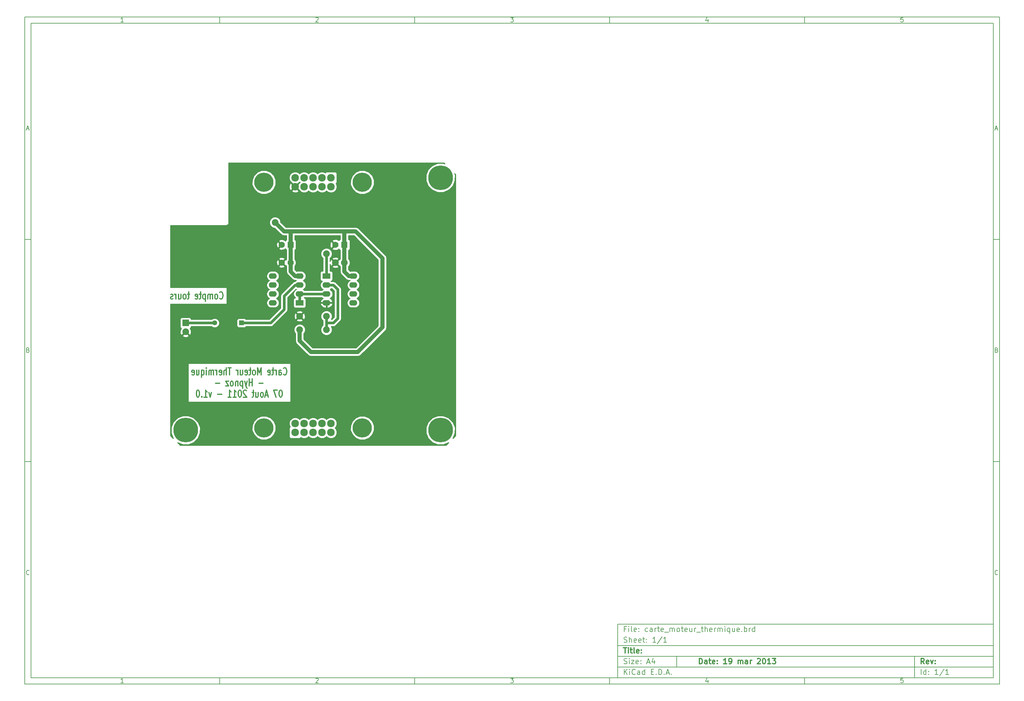
<source format=gbl>
G04 (created by PCBNEW-RS274X (2012-01-19 BZR 3256)-stable) date 19/03/2013 15:02:58*
G01*
G70*
G90*
%MOIN*%
G04 Gerber Fmt 3.4, Leading zero omitted, Abs format*
%FSLAX34Y34*%
G04 APERTURE LIST*
%ADD10C,0.006000*%
%ADD11C,0.012000*%
%ADD12C,0.075000*%
%ADD13R,0.075000X0.075000*%
%ADD14C,0.215000*%
%ADD15C,0.085000*%
%ADD16R,0.055000X0.055000*%
%ADD17C,0.055000*%
%ADD18R,0.070000X0.070000*%
%ADD19C,0.070000*%
%ADD20C,0.275600*%
%ADD21R,0.090000X0.062000*%
%ADD22O,0.090000X0.062000*%
%ADD23C,0.030000*%
%ADD24C,0.045000*%
%ADD25C,0.010000*%
G04 APERTURE END LIST*
G54D10*
X04000Y-04000D02*
X113000Y-04000D01*
X113000Y-78670D01*
X04000Y-78670D01*
X04000Y-04000D01*
X04700Y-04700D02*
X112300Y-04700D01*
X112300Y-77970D01*
X04700Y-77970D01*
X04700Y-04700D01*
X25800Y-04000D02*
X25800Y-04700D01*
X15043Y-04552D02*
X14757Y-04552D01*
X14900Y-04552D02*
X14900Y-04052D01*
X14852Y-04124D01*
X14805Y-04171D01*
X14757Y-04195D01*
X25800Y-78670D02*
X25800Y-77970D01*
X15043Y-78522D02*
X14757Y-78522D01*
X14900Y-78522D02*
X14900Y-78022D01*
X14852Y-78094D01*
X14805Y-78141D01*
X14757Y-78165D01*
X47600Y-04000D02*
X47600Y-04700D01*
X36557Y-04100D02*
X36581Y-04076D01*
X36629Y-04052D01*
X36748Y-04052D01*
X36795Y-04076D01*
X36819Y-04100D01*
X36843Y-04148D01*
X36843Y-04195D01*
X36819Y-04267D01*
X36533Y-04552D01*
X36843Y-04552D01*
X47600Y-78670D02*
X47600Y-77970D01*
X36557Y-78070D02*
X36581Y-78046D01*
X36629Y-78022D01*
X36748Y-78022D01*
X36795Y-78046D01*
X36819Y-78070D01*
X36843Y-78118D01*
X36843Y-78165D01*
X36819Y-78237D01*
X36533Y-78522D01*
X36843Y-78522D01*
X69400Y-04000D02*
X69400Y-04700D01*
X58333Y-04052D02*
X58643Y-04052D01*
X58476Y-04243D01*
X58548Y-04243D01*
X58595Y-04267D01*
X58619Y-04290D01*
X58643Y-04338D01*
X58643Y-04457D01*
X58619Y-04505D01*
X58595Y-04529D01*
X58548Y-04552D01*
X58405Y-04552D01*
X58357Y-04529D01*
X58333Y-04505D01*
X69400Y-78670D02*
X69400Y-77970D01*
X58333Y-78022D02*
X58643Y-78022D01*
X58476Y-78213D01*
X58548Y-78213D01*
X58595Y-78237D01*
X58619Y-78260D01*
X58643Y-78308D01*
X58643Y-78427D01*
X58619Y-78475D01*
X58595Y-78499D01*
X58548Y-78522D01*
X58405Y-78522D01*
X58357Y-78499D01*
X58333Y-78475D01*
X91200Y-04000D02*
X91200Y-04700D01*
X80395Y-04219D02*
X80395Y-04552D01*
X80276Y-04029D02*
X80157Y-04386D01*
X80467Y-04386D01*
X91200Y-78670D02*
X91200Y-77970D01*
X80395Y-78189D02*
X80395Y-78522D01*
X80276Y-77999D02*
X80157Y-78356D01*
X80467Y-78356D01*
X102219Y-04052D02*
X101981Y-04052D01*
X101957Y-04290D01*
X101981Y-04267D01*
X102029Y-04243D01*
X102148Y-04243D01*
X102195Y-04267D01*
X102219Y-04290D01*
X102243Y-04338D01*
X102243Y-04457D01*
X102219Y-04505D01*
X102195Y-04529D01*
X102148Y-04552D01*
X102029Y-04552D01*
X101981Y-04529D01*
X101957Y-04505D01*
X102219Y-78022D02*
X101981Y-78022D01*
X101957Y-78260D01*
X101981Y-78237D01*
X102029Y-78213D01*
X102148Y-78213D01*
X102195Y-78237D01*
X102219Y-78260D01*
X102243Y-78308D01*
X102243Y-78427D01*
X102219Y-78475D01*
X102195Y-78499D01*
X102148Y-78522D01*
X102029Y-78522D01*
X101981Y-78499D01*
X101957Y-78475D01*
X04000Y-28890D02*
X04700Y-28890D01*
X04231Y-16510D02*
X04469Y-16510D01*
X04184Y-16652D02*
X04350Y-16152D01*
X04517Y-16652D01*
X113000Y-28890D02*
X112300Y-28890D01*
X112531Y-16510D02*
X112769Y-16510D01*
X112484Y-16652D02*
X112650Y-16152D01*
X112817Y-16652D01*
X04000Y-53780D02*
X04700Y-53780D01*
X04386Y-41280D02*
X04457Y-41304D01*
X04481Y-41328D01*
X04505Y-41376D01*
X04505Y-41447D01*
X04481Y-41495D01*
X04457Y-41519D01*
X04410Y-41542D01*
X04219Y-41542D01*
X04219Y-41042D01*
X04386Y-41042D01*
X04433Y-41066D01*
X04457Y-41090D01*
X04481Y-41138D01*
X04481Y-41185D01*
X04457Y-41233D01*
X04433Y-41257D01*
X04386Y-41280D01*
X04219Y-41280D01*
X113000Y-53780D02*
X112300Y-53780D01*
X112686Y-41280D02*
X112757Y-41304D01*
X112781Y-41328D01*
X112805Y-41376D01*
X112805Y-41447D01*
X112781Y-41495D01*
X112757Y-41519D01*
X112710Y-41542D01*
X112519Y-41542D01*
X112519Y-41042D01*
X112686Y-41042D01*
X112733Y-41066D01*
X112757Y-41090D01*
X112781Y-41138D01*
X112781Y-41185D01*
X112757Y-41233D01*
X112733Y-41257D01*
X112686Y-41280D01*
X112519Y-41280D01*
X04505Y-66385D02*
X04481Y-66409D01*
X04410Y-66432D01*
X04362Y-66432D01*
X04290Y-66409D01*
X04243Y-66361D01*
X04219Y-66313D01*
X04195Y-66218D01*
X04195Y-66147D01*
X04219Y-66051D01*
X04243Y-66004D01*
X04290Y-65956D01*
X04362Y-65932D01*
X04410Y-65932D01*
X04481Y-65956D01*
X04505Y-65980D01*
X112805Y-66385D02*
X112781Y-66409D01*
X112710Y-66432D01*
X112662Y-66432D01*
X112590Y-66409D01*
X112543Y-66361D01*
X112519Y-66313D01*
X112495Y-66218D01*
X112495Y-66147D01*
X112519Y-66051D01*
X112543Y-66004D01*
X112590Y-65956D01*
X112662Y-65932D01*
X112710Y-65932D01*
X112781Y-65956D01*
X112805Y-65980D01*
G54D11*
X79443Y-76413D02*
X79443Y-75813D01*
X79586Y-75813D01*
X79671Y-75841D01*
X79729Y-75899D01*
X79757Y-75956D01*
X79786Y-76070D01*
X79786Y-76156D01*
X79757Y-76270D01*
X79729Y-76327D01*
X79671Y-76384D01*
X79586Y-76413D01*
X79443Y-76413D01*
X80300Y-76413D02*
X80300Y-76099D01*
X80271Y-76041D01*
X80214Y-76013D01*
X80100Y-76013D01*
X80043Y-76041D01*
X80300Y-76384D02*
X80243Y-76413D01*
X80100Y-76413D01*
X80043Y-76384D01*
X80014Y-76327D01*
X80014Y-76270D01*
X80043Y-76213D01*
X80100Y-76184D01*
X80243Y-76184D01*
X80300Y-76156D01*
X80500Y-76013D02*
X80729Y-76013D01*
X80586Y-75813D02*
X80586Y-76327D01*
X80614Y-76384D01*
X80672Y-76413D01*
X80729Y-76413D01*
X81157Y-76384D02*
X81100Y-76413D01*
X80986Y-76413D01*
X80929Y-76384D01*
X80900Y-76327D01*
X80900Y-76099D01*
X80929Y-76041D01*
X80986Y-76013D01*
X81100Y-76013D01*
X81157Y-76041D01*
X81186Y-76099D01*
X81186Y-76156D01*
X80900Y-76213D01*
X81443Y-76356D02*
X81471Y-76384D01*
X81443Y-76413D01*
X81414Y-76384D01*
X81443Y-76356D01*
X81443Y-76413D01*
X81443Y-76041D02*
X81471Y-76070D01*
X81443Y-76099D01*
X81414Y-76070D01*
X81443Y-76041D01*
X81443Y-76099D01*
X82500Y-76413D02*
X82157Y-76413D01*
X82329Y-76413D02*
X82329Y-75813D01*
X82272Y-75899D01*
X82214Y-75956D01*
X82157Y-75984D01*
X82785Y-76413D02*
X82900Y-76413D01*
X82957Y-76384D01*
X82985Y-76356D01*
X83043Y-76270D01*
X83071Y-76156D01*
X83071Y-75927D01*
X83043Y-75870D01*
X83014Y-75841D01*
X82957Y-75813D01*
X82843Y-75813D01*
X82785Y-75841D01*
X82757Y-75870D01*
X82728Y-75927D01*
X82728Y-76070D01*
X82757Y-76127D01*
X82785Y-76156D01*
X82843Y-76184D01*
X82957Y-76184D01*
X83014Y-76156D01*
X83043Y-76127D01*
X83071Y-76070D01*
X83785Y-76413D02*
X83785Y-76013D01*
X83785Y-76070D02*
X83813Y-76041D01*
X83871Y-76013D01*
X83956Y-76013D01*
X84013Y-76041D01*
X84042Y-76099D01*
X84042Y-76413D01*
X84042Y-76099D02*
X84071Y-76041D01*
X84128Y-76013D01*
X84213Y-76013D01*
X84271Y-76041D01*
X84299Y-76099D01*
X84299Y-76413D01*
X84842Y-76413D02*
X84842Y-76099D01*
X84813Y-76041D01*
X84756Y-76013D01*
X84642Y-76013D01*
X84585Y-76041D01*
X84842Y-76384D02*
X84785Y-76413D01*
X84642Y-76413D01*
X84585Y-76384D01*
X84556Y-76327D01*
X84556Y-76270D01*
X84585Y-76213D01*
X84642Y-76184D01*
X84785Y-76184D01*
X84842Y-76156D01*
X85128Y-76413D02*
X85128Y-76013D01*
X85128Y-76127D02*
X85156Y-76070D01*
X85185Y-76041D01*
X85242Y-76013D01*
X85299Y-76013D01*
X85927Y-75870D02*
X85956Y-75841D01*
X86013Y-75813D01*
X86156Y-75813D01*
X86213Y-75841D01*
X86242Y-75870D01*
X86270Y-75927D01*
X86270Y-75984D01*
X86242Y-76070D01*
X85899Y-76413D01*
X86270Y-76413D01*
X86641Y-75813D02*
X86698Y-75813D01*
X86755Y-75841D01*
X86784Y-75870D01*
X86813Y-75927D01*
X86841Y-76041D01*
X86841Y-76184D01*
X86813Y-76299D01*
X86784Y-76356D01*
X86755Y-76384D01*
X86698Y-76413D01*
X86641Y-76413D01*
X86584Y-76384D01*
X86555Y-76356D01*
X86527Y-76299D01*
X86498Y-76184D01*
X86498Y-76041D01*
X86527Y-75927D01*
X86555Y-75870D01*
X86584Y-75841D01*
X86641Y-75813D01*
X87412Y-76413D02*
X87069Y-76413D01*
X87241Y-76413D02*
X87241Y-75813D01*
X87184Y-75899D01*
X87126Y-75956D01*
X87069Y-75984D01*
X87612Y-75813D02*
X87983Y-75813D01*
X87783Y-76041D01*
X87869Y-76041D01*
X87926Y-76070D01*
X87955Y-76099D01*
X87983Y-76156D01*
X87983Y-76299D01*
X87955Y-76356D01*
X87926Y-76384D01*
X87869Y-76413D01*
X87697Y-76413D01*
X87640Y-76384D01*
X87612Y-76356D01*
G54D10*
X71043Y-77613D02*
X71043Y-77013D01*
X71386Y-77613D02*
X71129Y-77270D01*
X71386Y-77013D02*
X71043Y-77356D01*
X71643Y-77613D02*
X71643Y-77213D01*
X71643Y-77013D02*
X71614Y-77041D01*
X71643Y-77070D01*
X71671Y-77041D01*
X71643Y-77013D01*
X71643Y-77070D01*
X72272Y-77556D02*
X72243Y-77584D01*
X72157Y-77613D01*
X72100Y-77613D01*
X72015Y-77584D01*
X71957Y-77527D01*
X71929Y-77470D01*
X71900Y-77356D01*
X71900Y-77270D01*
X71929Y-77156D01*
X71957Y-77099D01*
X72015Y-77041D01*
X72100Y-77013D01*
X72157Y-77013D01*
X72243Y-77041D01*
X72272Y-77070D01*
X72786Y-77613D02*
X72786Y-77299D01*
X72757Y-77241D01*
X72700Y-77213D01*
X72586Y-77213D01*
X72529Y-77241D01*
X72786Y-77584D02*
X72729Y-77613D01*
X72586Y-77613D01*
X72529Y-77584D01*
X72500Y-77527D01*
X72500Y-77470D01*
X72529Y-77413D01*
X72586Y-77384D01*
X72729Y-77384D01*
X72786Y-77356D01*
X73329Y-77613D02*
X73329Y-77013D01*
X73329Y-77584D02*
X73272Y-77613D01*
X73158Y-77613D01*
X73100Y-77584D01*
X73072Y-77556D01*
X73043Y-77499D01*
X73043Y-77327D01*
X73072Y-77270D01*
X73100Y-77241D01*
X73158Y-77213D01*
X73272Y-77213D01*
X73329Y-77241D01*
X74072Y-77299D02*
X74272Y-77299D01*
X74358Y-77613D02*
X74072Y-77613D01*
X74072Y-77013D01*
X74358Y-77013D01*
X74615Y-77556D02*
X74643Y-77584D01*
X74615Y-77613D01*
X74586Y-77584D01*
X74615Y-77556D01*
X74615Y-77613D01*
X74901Y-77613D02*
X74901Y-77013D01*
X75044Y-77013D01*
X75129Y-77041D01*
X75187Y-77099D01*
X75215Y-77156D01*
X75244Y-77270D01*
X75244Y-77356D01*
X75215Y-77470D01*
X75187Y-77527D01*
X75129Y-77584D01*
X75044Y-77613D01*
X74901Y-77613D01*
X75501Y-77556D02*
X75529Y-77584D01*
X75501Y-77613D01*
X75472Y-77584D01*
X75501Y-77556D01*
X75501Y-77613D01*
X75758Y-77441D02*
X76044Y-77441D01*
X75701Y-77613D02*
X75901Y-77013D01*
X76101Y-77613D01*
X76301Y-77556D02*
X76329Y-77584D01*
X76301Y-77613D01*
X76272Y-77584D01*
X76301Y-77556D01*
X76301Y-77613D01*
G54D11*
X104586Y-76413D02*
X104386Y-76127D01*
X104243Y-76413D02*
X104243Y-75813D01*
X104471Y-75813D01*
X104529Y-75841D01*
X104557Y-75870D01*
X104586Y-75927D01*
X104586Y-76013D01*
X104557Y-76070D01*
X104529Y-76099D01*
X104471Y-76127D01*
X104243Y-76127D01*
X105071Y-76384D02*
X105014Y-76413D01*
X104900Y-76413D01*
X104843Y-76384D01*
X104814Y-76327D01*
X104814Y-76099D01*
X104843Y-76041D01*
X104900Y-76013D01*
X105014Y-76013D01*
X105071Y-76041D01*
X105100Y-76099D01*
X105100Y-76156D01*
X104814Y-76213D01*
X105300Y-76013D02*
X105443Y-76413D01*
X105585Y-76013D01*
X105814Y-76356D02*
X105842Y-76384D01*
X105814Y-76413D01*
X105785Y-76384D01*
X105814Y-76356D01*
X105814Y-76413D01*
X105814Y-76041D02*
X105842Y-76070D01*
X105814Y-76099D01*
X105785Y-76070D01*
X105814Y-76041D01*
X105814Y-76099D01*
G54D10*
X71014Y-76384D02*
X71100Y-76413D01*
X71243Y-76413D01*
X71300Y-76384D01*
X71329Y-76356D01*
X71357Y-76299D01*
X71357Y-76241D01*
X71329Y-76184D01*
X71300Y-76156D01*
X71243Y-76127D01*
X71129Y-76099D01*
X71071Y-76070D01*
X71043Y-76041D01*
X71014Y-75984D01*
X71014Y-75927D01*
X71043Y-75870D01*
X71071Y-75841D01*
X71129Y-75813D01*
X71271Y-75813D01*
X71357Y-75841D01*
X71614Y-76413D02*
X71614Y-76013D01*
X71614Y-75813D02*
X71585Y-75841D01*
X71614Y-75870D01*
X71642Y-75841D01*
X71614Y-75813D01*
X71614Y-75870D01*
X71843Y-76013D02*
X72157Y-76013D01*
X71843Y-76413D01*
X72157Y-76413D01*
X72614Y-76384D02*
X72557Y-76413D01*
X72443Y-76413D01*
X72386Y-76384D01*
X72357Y-76327D01*
X72357Y-76099D01*
X72386Y-76041D01*
X72443Y-76013D01*
X72557Y-76013D01*
X72614Y-76041D01*
X72643Y-76099D01*
X72643Y-76156D01*
X72357Y-76213D01*
X72900Y-76356D02*
X72928Y-76384D01*
X72900Y-76413D01*
X72871Y-76384D01*
X72900Y-76356D01*
X72900Y-76413D01*
X72900Y-76041D02*
X72928Y-76070D01*
X72900Y-76099D01*
X72871Y-76070D01*
X72900Y-76041D01*
X72900Y-76099D01*
X73614Y-76241D02*
X73900Y-76241D01*
X73557Y-76413D02*
X73757Y-75813D01*
X73957Y-76413D01*
X74414Y-76013D02*
X74414Y-76413D01*
X74271Y-75784D02*
X74128Y-76213D01*
X74500Y-76213D01*
X104243Y-77613D02*
X104243Y-77013D01*
X104786Y-77613D02*
X104786Y-77013D01*
X104786Y-77584D02*
X104729Y-77613D01*
X104615Y-77613D01*
X104557Y-77584D01*
X104529Y-77556D01*
X104500Y-77499D01*
X104500Y-77327D01*
X104529Y-77270D01*
X104557Y-77241D01*
X104615Y-77213D01*
X104729Y-77213D01*
X104786Y-77241D01*
X105072Y-77556D02*
X105100Y-77584D01*
X105072Y-77613D01*
X105043Y-77584D01*
X105072Y-77556D01*
X105072Y-77613D01*
X105072Y-77241D02*
X105100Y-77270D01*
X105072Y-77299D01*
X105043Y-77270D01*
X105072Y-77241D01*
X105072Y-77299D01*
X106129Y-77613D02*
X105786Y-77613D01*
X105958Y-77613D02*
X105958Y-77013D01*
X105901Y-77099D01*
X105843Y-77156D01*
X105786Y-77184D01*
X106814Y-76984D02*
X106300Y-77756D01*
X107329Y-77613D02*
X106986Y-77613D01*
X107158Y-77613D02*
X107158Y-77013D01*
X107101Y-77099D01*
X107043Y-77156D01*
X106986Y-77184D01*
G54D11*
X70957Y-74613D02*
X71300Y-74613D01*
X71129Y-75213D02*
X71129Y-74613D01*
X71500Y-75213D02*
X71500Y-74813D01*
X71500Y-74613D02*
X71471Y-74641D01*
X71500Y-74670D01*
X71528Y-74641D01*
X71500Y-74613D01*
X71500Y-74670D01*
X71700Y-74813D02*
X71929Y-74813D01*
X71786Y-74613D02*
X71786Y-75127D01*
X71814Y-75184D01*
X71872Y-75213D01*
X71929Y-75213D01*
X72215Y-75213D02*
X72157Y-75184D01*
X72129Y-75127D01*
X72129Y-74613D01*
X72671Y-75184D02*
X72614Y-75213D01*
X72500Y-75213D01*
X72443Y-75184D01*
X72414Y-75127D01*
X72414Y-74899D01*
X72443Y-74841D01*
X72500Y-74813D01*
X72614Y-74813D01*
X72671Y-74841D01*
X72700Y-74899D01*
X72700Y-74956D01*
X72414Y-75013D01*
X72957Y-75156D02*
X72985Y-75184D01*
X72957Y-75213D01*
X72928Y-75184D01*
X72957Y-75156D01*
X72957Y-75213D01*
X72957Y-74841D02*
X72985Y-74870D01*
X72957Y-74899D01*
X72928Y-74870D01*
X72957Y-74841D01*
X72957Y-74899D01*
G54D10*
X71243Y-72499D02*
X71043Y-72499D01*
X71043Y-72813D02*
X71043Y-72213D01*
X71329Y-72213D01*
X71557Y-72813D02*
X71557Y-72413D01*
X71557Y-72213D02*
X71528Y-72241D01*
X71557Y-72270D01*
X71585Y-72241D01*
X71557Y-72213D01*
X71557Y-72270D01*
X71929Y-72813D02*
X71871Y-72784D01*
X71843Y-72727D01*
X71843Y-72213D01*
X72385Y-72784D02*
X72328Y-72813D01*
X72214Y-72813D01*
X72157Y-72784D01*
X72128Y-72727D01*
X72128Y-72499D01*
X72157Y-72441D01*
X72214Y-72413D01*
X72328Y-72413D01*
X72385Y-72441D01*
X72414Y-72499D01*
X72414Y-72556D01*
X72128Y-72613D01*
X72671Y-72756D02*
X72699Y-72784D01*
X72671Y-72813D01*
X72642Y-72784D01*
X72671Y-72756D01*
X72671Y-72813D01*
X72671Y-72441D02*
X72699Y-72470D01*
X72671Y-72499D01*
X72642Y-72470D01*
X72671Y-72441D01*
X72671Y-72499D01*
X73671Y-72784D02*
X73614Y-72813D01*
X73500Y-72813D01*
X73442Y-72784D01*
X73414Y-72756D01*
X73385Y-72699D01*
X73385Y-72527D01*
X73414Y-72470D01*
X73442Y-72441D01*
X73500Y-72413D01*
X73614Y-72413D01*
X73671Y-72441D01*
X74185Y-72813D02*
X74185Y-72499D01*
X74156Y-72441D01*
X74099Y-72413D01*
X73985Y-72413D01*
X73928Y-72441D01*
X74185Y-72784D02*
X74128Y-72813D01*
X73985Y-72813D01*
X73928Y-72784D01*
X73899Y-72727D01*
X73899Y-72670D01*
X73928Y-72613D01*
X73985Y-72584D01*
X74128Y-72584D01*
X74185Y-72556D01*
X74471Y-72813D02*
X74471Y-72413D01*
X74471Y-72527D02*
X74499Y-72470D01*
X74528Y-72441D01*
X74585Y-72413D01*
X74642Y-72413D01*
X74756Y-72413D02*
X74985Y-72413D01*
X74842Y-72213D02*
X74842Y-72727D01*
X74870Y-72784D01*
X74928Y-72813D01*
X74985Y-72813D01*
X75413Y-72784D02*
X75356Y-72813D01*
X75242Y-72813D01*
X75185Y-72784D01*
X75156Y-72727D01*
X75156Y-72499D01*
X75185Y-72441D01*
X75242Y-72413D01*
X75356Y-72413D01*
X75413Y-72441D01*
X75442Y-72499D01*
X75442Y-72556D01*
X75156Y-72613D01*
X75556Y-72870D02*
X76013Y-72870D01*
X76156Y-72813D02*
X76156Y-72413D01*
X76156Y-72470D02*
X76184Y-72441D01*
X76242Y-72413D01*
X76327Y-72413D01*
X76384Y-72441D01*
X76413Y-72499D01*
X76413Y-72813D01*
X76413Y-72499D02*
X76442Y-72441D01*
X76499Y-72413D01*
X76584Y-72413D01*
X76642Y-72441D01*
X76670Y-72499D01*
X76670Y-72813D01*
X77042Y-72813D02*
X76984Y-72784D01*
X76956Y-72756D01*
X76927Y-72699D01*
X76927Y-72527D01*
X76956Y-72470D01*
X76984Y-72441D01*
X77042Y-72413D01*
X77127Y-72413D01*
X77184Y-72441D01*
X77213Y-72470D01*
X77242Y-72527D01*
X77242Y-72699D01*
X77213Y-72756D01*
X77184Y-72784D01*
X77127Y-72813D01*
X77042Y-72813D01*
X77413Y-72413D02*
X77642Y-72413D01*
X77499Y-72213D02*
X77499Y-72727D01*
X77527Y-72784D01*
X77585Y-72813D01*
X77642Y-72813D01*
X78070Y-72784D02*
X78013Y-72813D01*
X77899Y-72813D01*
X77842Y-72784D01*
X77813Y-72727D01*
X77813Y-72499D01*
X77842Y-72441D01*
X77899Y-72413D01*
X78013Y-72413D01*
X78070Y-72441D01*
X78099Y-72499D01*
X78099Y-72556D01*
X77813Y-72613D01*
X78613Y-72413D02*
X78613Y-72813D01*
X78356Y-72413D02*
X78356Y-72727D01*
X78384Y-72784D01*
X78442Y-72813D01*
X78527Y-72813D01*
X78584Y-72784D01*
X78613Y-72756D01*
X78899Y-72813D02*
X78899Y-72413D01*
X78899Y-72527D02*
X78927Y-72470D01*
X78956Y-72441D01*
X79013Y-72413D01*
X79070Y-72413D01*
X79127Y-72870D02*
X79584Y-72870D01*
X79641Y-72413D02*
X79870Y-72413D01*
X79727Y-72213D02*
X79727Y-72727D01*
X79755Y-72784D01*
X79813Y-72813D01*
X79870Y-72813D01*
X80070Y-72813D02*
X80070Y-72213D01*
X80327Y-72813D02*
X80327Y-72499D01*
X80298Y-72441D01*
X80241Y-72413D01*
X80156Y-72413D01*
X80098Y-72441D01*
X80070Y-72470D01*
X80841Y-72784D02*
X80784Y-72813D01*
X80670Y-72813D01*
X80613Y-72784D01*
X80584Y-72727D01*
X80584Y-72499D01*
X80613Y-72441D01*
X80670Y-72413D01*
X80784Y-72413D01*
X80841Y-72441D01*
X80870Y-72499D01*
X80870Y-72556D01*
X80584Y-72613D01*
X81127Y-72813D02*
X81127Y-72413D01*
X81127Y-72527D02*
X81155Y-72470D01*
X81184Y-72441D01*
X81241Y-72413D01*
X81298Y-72413D01*
X81498Y-72813D02*
X81498Y-72413D01*
X81498Y-72470D02*
X81526Y-72441D01*
X81584Y-72413D01*
X81669Y-72413D01*
X81726Y-72441D01*
X81755Y-72499D01*
X81755Y-72813D01*
X81755Y-72499D02*
X81784Y-72441D01*
X81841Y-72413D01*
X81926Y-72413D01*
X81984Y-72441D01*
X82012Y-72499D01*
X82012Y-72813D01*
X82298Y-72813D02*
X82298Y-72413D01*
X82298Y-72213D02*
X82269Y-72241D01*
X82298Y-72270D01*
X82326Y-72241D01*
X82298Y-72213D01*
X82298Y-72270D01*
X82841Y-72413D02*
X82841Y-73013D01*
X82841Y-72784D02*
X82784Y-72813D01*
X82670Y-72813D01*
X82612Y-72784D01*
X82584Y-72756D01*
X82555Y-72699D01*
X82555Y-72527D01*
X82584Y-72470D01*
X82612Y-72441D01*
X82670Y-72413D01*
X82784Y-72413D01*
X82841Y-72441D01*
X83384Y-72413D02*
X83384Y-72813D01*
X83127Y-72413D02*
X83127Y-72727D01*
X83155Y-72784D01*
X83213Y-72813D01*
X83298Y-72813D01*
X83355Y-72784D01*
X83384Y-72756D01*
X83898Y-72784D02*
X83841Y-72813D01*
X83727Y-72813D01*
X83670Y-72784D01*
X83641Y-72727D01*
X83641Y-72499D01*
X83670Y-72441D01*
X83727Y-72413D01*
X83841Y-72413D01*
X83898Y-72441D01*
X83927Y-72499D01*
X83927Y-72556D01*
X83641Y-72613D01*
X84184Y-72756D02*
X84212Y-72784D01*
X84184Y-72813D01*
X84155Y-72784D01*
X84184Y-72756D01*
X84184Y-72813D01*
X84470Y-72813D02*
X84470Y-72213D01*
X84470Y-72441D02*
X84527Y-72413D01*
X84641Y-72413D01*
X84698Y-72441D01*
X84727Y-72470D01*
X84756Y-72527D01*
X84756Y-72699D01*
X84727Y-72756D01*
X84698Y-72784D01*
X84641Y-72813D01*
X84527Y-72813D01*
X84470Y-72784D01*
X85013Y-72813D02*
X85013Y-72413D01*
X85013Y-72527D02*
X85041Y-72470D01*
X85070Y-72441D01*
X85127Y-72413D01*
X85184Y-72413D01*
X85641Y-72813D02*
X85641Y-72213D01*
X85641Y-72784D02*
X85584Y-72813D01*
X85470Y-72813D01*
X85412Y-72784D01*
X85384Y-72756D01*
X85355Y-72699D01*
X85355Y-72527D01*
X85384Y-72470D01*
X85412Y-72441D01*
X85470Y-72413D01*
X85584Y-72413D01*
X85641Y-72441D01*
X71014Y-73984D02*
X71100Y-74013D01*
X71243Y-74013D01*
X71300Y-73984D01*
X71329Y-73956D01*
X71357Y-73899D01*
X71357Y-73841D01*
X71329Y-73784D01*
X71300Y-73756D01*
X71243Y-73727D01*
X71129Y-73699D01*
X71071Y-73670D01*
X71043Y-73641D01*
X71014Y-73584D01*
X71014Y-73527D01*
X71043Y-73470D01*
X71071Y-73441D01*
X71129Y-73413D01*
X71271Y-73413D01*
X71357Y-73441D01*
X71614Y-74013D02*
X71614Y-73413D01*
X71871Y-74013D02*
X71871Y-73699D01*
X71842Y-73641D01*
X71785Y-73613D01*
X71700Y-73613D01*
X71642Y-73641D01*
X71614Y-73670D01*
X72385Y-73984D02*
X72328Y-74013D01*
X72214Y-74013D01*
X72157Y-73984D01*
X72128Y-73927D01*
X72128Y-73699D01*
X72157Y-73641D01*
X72214Y-73613D01*
X72328Y-73613D01*
X72385Y-73641D01*
X72414Y-73699D01*
X72414Y-73756D01*
X72128Y-73813D01*
X72899Y-73984D02*
X72842Y-74013D01*
X72728Y-74013D01*
X72671Y-73984D01*
X72642Y-73927D01*
X72642Y-73699D01*
X72671Y-73641D01*
X72728Y-73613D01*
X72842Y-73613D01*
X72899Y-73641D01*
X72928Y-73699D01*
X72928Y-73756D01*
X72642Y-73813D01*
X73099Y-73613D02*
X73328Y-73613D01*
X73185Y-73413D02*
X73185Y-73927D01*
X73213Y-73984D01*
X73271Y-74013D01*
X73328Y-74013D01*
X73528Y-73956D02*
X73556Y-73984D01*
X73528Y-74013D01*
X73499Y-73984D01*
X73528Y-73956D01*
X73528Y-74013D01*
X73528Y-73641D02*
X73556Y-73670D01*
X73528Y-73699D01*
X73499Y-73670D01*
X73528Y-73641D01*
X73528Y-73699D01*
X74585Y-74013D02*
X74242Y-74013D01*
X74414Y-74013D02*
X74414Y-73413D01*
X74357Y-73499D01*
X74299Y-73556D01*
X74242Y-73584D01*
X75270Y-73384D02*
X74756Y-74156D01*
X75785Y-74013D02*
X75442Y-74013D01*
X75614Y-74013D02*
X75614Y-73413D01*
X75557Y-73499D01*
X75499Y-73556D01*
X75442Y-73584D01*
X70300Y-71970D02*
X70300Y-77970D01*
X70300Y-71970D02*
X112300Y-71970D01*
X70300Y-71970D02*
X112300Y-71970D01*
X70300Y-74370D02*
X112300Y-74370D01*
X103500Y-75570D02*
X103500Y-77970D01*
X70300Y-76770D02*
X112300Y-76770D01*
X70300Y-75570D02*
X112300Y-75570D01*
X76900Y-75570D02*
X76900Y-76770D01*
G54D11*
X25807Y-35498D02*
X25836Y-35536D01*
X25922Y-35574D01*
X25979Y-35574D01*
X26064Y-35536D01*
X26122Y-35460D01*
X26150Y-35383D01*
X26179Y-35231D01*
X26179Y-35117D01*
X26150Y-34964D01*
X26122Y-34888D01*
X26064Y-34812D01*
X25979Y-34774D01*
X25922Y-34774D01*
X25836Y-34812D01*
X25807Y-34850D01*
X25464Y-35574D02*
X25522Y-35536D01*
X25550Y-35498D01*
X25579Y-35421D01*
X25579Y-35193D01*
X25550Y-35117D01*
X25522Y-35079D01*
X25464Y-35040D01*
X25379Y-35040D01*
X25322Y-35079D01*
X25293Y-35117D01*
X25264Y-35193D01*
X25264Y-35421D01*
X25293Y-35498D01*
X25322Y-35536D01*
X25379Y-35574D01*
X25464Y-35574D01*
X25007Y-35574D02*
X25007Y-35040D01*
X25007Y-35117D02*
X24979Y-35079D01*
X24921Y-35040D01*
X24836Y-35040D01*
X24779Y-35079D01*
X24750Y-35155D01*
X24750Y-35574D01*
X24750Y-35155D02*
X24721Y-35079D01*
X24664Y-35040D01*
X24579Y-35040D01*
X24521Y-35079D01*
X24493Y-35155D01*
X24493Y-35574D01*
X24207Y-35040D02*
X24207Y-35840D01*
X24207Y-35079D02*
X24150Y-35040D01*
X24036Y-35040D01*
X23979Y-35079D01*
X23950Y-35117D01*
X23921Y-35193D01*
X23921Y-35421D01*
X23950Y-35498D01*
X23979Y-35536D01*
X24036Y-35574D01*
X24150Y-35574D01*
X24207Y-35536D01*
X23750Y-35040D02*
X23521Y-35040D01*
X23664Y-34774D02*
X23664Y-35460D01*
X23636Y-35536D01*
X23578Y-35574D01*
X23521Y-35574D01*
X23093Y-35536D02*
X23150Y-35574D01*
X23264Y-35574D01*
X23321Y-35536D01*
X23350Y-35460D01*
X23350Y-35155D01*
X23321Y-35079D01*
X23264Y-35040D01*
X23150Y-35040D01*
X23093Y-35079D01*
X23064Y-35155D01*
X23064Y-35231D01*
X23350Y-35307D01*
X22436Y-35040D02*
X22207Y-35040D01*
X22350Y-34774D02*
X22350Y-35460D01*
X22322Y-35536D01*
X22264Y-35574D01*
X22207Y-35574D01*
X21921Y-35574D02*
X21979Y-35536D01*
X22007Y-35498D01*
X22036Y-35421D01*
X22036Y-35193D01*
X22007Y-35117D01*
X21979Y-35079D01*
X21921Y-35040D01*
X21836Y-35040D01*
X21779Y-35079D01*
X21750Y-35117D01*
X21721Y-35193D01*
X21721Y-35421D01*
X21750Y-35498D01*
X21779Y-35536D01*
X21836Y-35574D01*
X21921Y-35574D01*
X21207Y-35040D02*
X21207Y-35574D01*
X21464Y-35040D02*
X21464Y-35460D01*
X21436Y-35536D01*
X21378Y-35574D01*
X21293Y-35574D01*
X21236Y-35536D01*
X21207Y-35498D01*
X20921Y-35574D02*
X20921Y-35040D01*
X20921Y-35193D02*
X20893Y-35117D01*
X20864Y-35079D01*
X20807Y-35040D01*
X20750Y-35040D01*
X20579Y-35536D02*
X20522Y-35574D01*
X20407Y-35574D01*
X20350Y-35536D01*
X20322Y-35460D01*
X20322Y-35421D01*
X20350Y-35345D01*
X20407Y-35307D01*
X20493Y-35307D01*
X20550Y-35269D01*
X20579Y-35193D01*
X20579Y-35155D01*
X20550Y-35079D01*
X20493Y-35040D01*
X20407Y-35040D01*
X20350Y-35079D01*
X32942Y-43998D02*
X32971Y-44036D01*
X33057Y-44074D01*
X33114Y-44074D01*
X33199Y-44036D01*
X33257Y-43960D01*
X33285Y-43883D01*
X33314Y-43731D01*
X33314Y-43617D01*
X33285Y-43464D01*
X33257Y-43388D01*
X33199Y-43312D01*
X33114Y-43274D01*
X33057Y-43274D01*
X32971Y-43312D01*
X32942Y-43350D01*
X32428Y-44074D02*
X32428Y-43655D01*
X32457Y-43579D01*
X32514Y-43540D01*
X32628Y-43540D01*
X32685Y-43579D01*
X32428Y-44036D02*
X32485Y-44074D01*
X32628Y-44074D01*
X32685Y-44036D01*
X32714Y-43960D01*
X32714Y-43883D01*
X32685Y-43807D01*
X32628Y-43769D01*
X32485Y-43769D01*
X32428Y-43731D01*
X32142Y-44074D02*
X32142Y-43540D01*
X32142Y-43693D02*
X32114Y-43617D01*
X32085Y-43579D01*
X32028Y-43540D01*
X31971Y-43540D01*
X31857Y-43540D02*
X31628Y-43540D01*
X31771Y-43274D02*
X31771Y-43960D01*
X31743Y-44036D01*
X31685Y-44074D01*
X31628Y-44074D01*
X31200Y-44036D02*
X31257Y-44074D01*
X31371Y-44074D01*
X31428Y-44036D01*
X31457Y-43960D01*
X31457Y-43655D01*
X31428Y-43579D01*
X31371Y-43540D01*
X31257Y-43540D01*
X31200Y-43579D01*
X31171Y-43655D01*
X31171Y-43731D01*
X31457Y-43807D01*
X30457Y-44074D02*
X30457Y-43274D01*
X30257Y-43845D01*
X30057Y-43274D01*
X30057Y-44074D01*
X29685Y-44074D02*
X29743Y-44036D01*
X29771Y-43998D01*
X29800Y-43921D01*
X29800Y-43693D01*
X29771Y-43617D01*
X29743Y-43579D01*
X29685Y-43540D01*
X29600Y-43540D01*
X29543Y-43579D01*
X29514Y-43617D01*
X29485Y-43693D01*
X29485Y-43921D01*
X29514Y-43998D01*
X29543Y-44036D01*
X29600Y-44074D01*
X29685Y-44074D01*
X29314Y-43540D02*
X29085Y-43540D01*
X29228Y-43274D02*
X29228Y-43960D01*
X29200Y-44036D01*
X29142Y-44074D01*
X29085Y-44074D01*
X28657Y-44036D02*
X28714Y-44074D01*
X28828Y-44074D01*
X28885Y-44036D01*
X28914Y-43960D01*
X28914Y-43655D01*
X28885Y-43579D01*
X28828Y-43540D01*
X28714Y-43540D01*
X28657Y-43579D01*
X28628Y-43655D01*
X28628Y-43731D01*
X28914Y-43807D01*
X28114Y-43540D02*
X28114Y-44074D01*
X28371Y-43540D02*
X28371Y-43960D01*
X28343Y-44036D01*
X28285Y-44074D01*
X28200Y-44074D01*
X28143Y-44036D01*
X28114Y-43998D01*
X27828Y-44074D02*
X27828Y-43540D01*
X27828Y-43693D02*
X27800Y-43617D01*
X27771Y-43579D01*
X27714Y-43540D01*
X27657Y-43540D01*
X27086Y-43274D02*
X26743Y-43274D01*
X26914Y-44074D02*
X26914Y-43274D01*
X26543Y-44074D02*
X26543Y-43274D01*
X26286Y-44074D02*
X26286Y-43655D01*
X26315Y-43579D01*
X26372Y-43540D01*
X26457Y-43540D01*
X26515Y-43579D01*
X26543Y-43617D01*
X25772Y-44036D02*
X25829Y-44074D01*
X25943Y-44074D01*
X26000Y-44036D01*
X26029Y-43960D01*
X26029Y-43655D01*
X26000Y-43579D01*
X25943Y-43540D01*
X25829Y-43540D01*
X25772Y-43579D01*
X25743Y-43655D01*
X25743Y-43731D01*
X26029Y-43807D01*
X25486Y-44074D02*
X25486Y-43540D01*
X25486Y-43693D02*
X25458Y-43617D01*
X25429Y-43579D01*
X25372Y-43540D01*
X25315Y-43540D01*
X25115Y-44074D02*
X25115Y-43540D01*
X25115Y-43617D02*
X25087Y-43579D01*
X25029Y-43540D01*
X24944Y-43540D01*
X24887Y-43579D01*
X24858Y-43655D01*
X24858Y-44074D01*
X24858Y-43655D02*
X24829Y-43579D01*
X24772Y-43540D01*
X24687Y-43540D01*
X24629Y-43579D01*
X24601Y-43655D01*
X24601Y-44074D01*
X24315Y-44074D02*
X24315Y-43540D01*
X24315Y-43274D02*
X24344Y-43312D01*
X24315Y-43350D01*
X24287Y-43312D01*
X24315Y-43274D01*
X24315Y-43350D01*
X23772Y-43540D02*
X23772Y-44340D01*
X23772Y-44036D02*
X23829Y-44074D01*
X23943Y-44074D01*
X24001Y-44036D01*
X24029Y-43998D01*
X24058Y-43921D01*
X24058Y-43693D01*
X24029Y-43617D01*
X24001Y-43579D01*
X23943Y-43540D01*
X23829Y-43540D01*
X23772Y-43579D01*
X23229Y-43540D02*
X23229Y-44074D01*
X23486Y-43540D02*
X23486Y-43960D01*
X23458Y-44036D01*
X23400Y-44074D01*
X23315Y-44074D01*
X23258Y-44036D01*
X23229Y-43998D01*
X22715Y-44036D02*
X22772Y-44074D01*
X22886Y-44074D01*
X22943Y-44036D01*
X22972Y-43960D01*
X22972Y-43655D01*
X22943Y-43579D01*
X22886Y-43540D01*
X22772Y-43540D01*
X22715Y-43579D01*
X22686Y-43655D01*
X22686Y-43731D01*
X22972Y-43807D01*
X30657Y-45009D02*
X30200Y-45009D01*
X29457Y-45314D02*
X29457Y-44514D01*
X29457Y-44895D02*
X29114Y-44895D01*
X29114Y-45314D02*
X29114Y-44514D01*
X28885Y-44780D02*
X28742Y-45314D01*
X28600Y-44780D02*
X28742Y-45314D01*
X28800Y-45504D01*
X28828Y-45542D01*
X28885Y-45580D01*
X28371Y-44780D02*
X28371Y-45580D01*
X28371Y-44819D02*
X28314Y-44780D01*
X28200Y-44780D01*
X28143Y-44819D01*
X28114Y-44857D01*
X28085Y-44933D01*
X28085Y-45161D01*
X28114Y-45238D01*
X28143Y-45276D01*
X28200Y-45314D01*
X28314Y-45314D01*
X28371Y-45276D01*
X27828Y-44780D02*
X27828Y-45314D01*
X27828Y-44857D02*
X27800Y-44819D01*
X27742Y-44780D01*
X27657Y-44780D01*
X27600Y-44819D01*
X27571Y-44895D01*
X27571Y-45314D01*
X27199Y-45314D02*
X27257Y-45276D01*
X27285Y-45238D01*
X27314Y-45161D01*
X27314Y-44933D01*
X27285Y-44857D01*
X27257Y-44819D01*
X27199Y-44780D01*
X27114Y-44780D01*
X27057Y-44819D01*
X27028Y-44857D01*
X26999Y-44933D01*
X26999Y-45161D01*
X27028Y-45238D01*
X27057Y-45276D01*
X27114Y-45314D01*
X27199Y-45314D01*
X26799Y-44780D02*
X26485Y-44780D01*
X26799Y-45314D01*
X26485Y-45314D01*
X25799Y-45009D02*
X25342Y-45009D01*
X32655Y-45754D02*
X32598Y-45754D01*
X32541Y-45792D01*
X32512Y-45830D01*
X32483Y-45906D01*
X32455Y-46059D01*
X32455Y-46249D01*
X32483Y-46401D01*
X32512Y-46478D01*
X32541Y-46516D01*
X32598Y-46554D01*
X32655Y-46554D01*
X32712Y-46516D01*
X32741Y-46478D01*
X32769Y-46401D01*
X32798Y-46249D01*
X32798Y-46059D01*
X32769Y-45906D01*
X32741Y-45830D01*
X32712Y-45792D01*
X32655Y-45754D01*
X32255Y-45754D02*
X31855Y-45754D01*
X32112Y-46554D01*
X31199Y-46325D02*
X30913Y-46325D01*
X31256Y-46554D02*
X31056Y-45754D01*
X30856Y-46554D01*
X30570Y-46554D02*
X30628Y-46516D01*
X30656Y-46478D01*
X30685Y-46401D01*
X30685Y-46173D01*
X30656Y-46097D01*
X30628Y-46059D01*
X30570Y-46020D01*
X30485Y-46020D01*
X30428Y-46059D01*
X30399Y-46097D01*
X30370Y-46173D01*
X30370Y-46401D01*
X30399Y-46478D01*
X30428Y-46516D01*
X30485Y-46554D01*
X30570Y-46554D01*
X29856Y-46020D02*
X29856Y-46554D01*
X30113Y-46020D02*
X30113Y-46440D01*
X30085Y-46516D01*
X30027Y-46554D01*
X29942Y-46554D01*
X29885Y-46516D01*
X29856Y-46478D01*
X29656Y-46020D02*
X29427Y-46020D01*
X29570Y-45754D02*
X29570Y-46440D01*
X29542Y-46516D01*
X29484Y-46554D01*
X29427Y-46554D01*
X28799Y-45830D02*
X28770Y-45792D01*
X28713Y-45754D01*
X28570Y-45754D01*
X28513Y-45792D01*
X28484Y-45830D01*
X28456Y-45906D01*
X28456Y-45982D01*
X28484Y-46097D01*
X28827Y-46554D01*
X28456Y-46554D01*
X28085Y-45754D02*
X28028Y-45754D01*
X27971Y-45792D01*
X27942Y-45830D01*
X27913Y-45906D01*
X27885Y-46059D01*
X27885Y-46249D01*
X27913Y-46401D01*
X27942Y-46478D01*
X27971Y-46516D01*
X28028Y-46554D01*
X28085Y-46554D01*
X28142Y-46516D01*
X28171Y-46478D01*
X28199Y-46401D01*
X28228Y-46249D01*
X28228Y-46059D01*
X28199Y-45906D01*
X28171Y-45830D01*
X28142Y-45792D01*
X28085Y-45754D01*
X27314Y-46554D02*
X27657Y-46554D01*
X27485Y-46554D02*
X27485Y-45754D01*
X27542Y-45868D01*
X27600Y-45944D01*
X27657Y-45982D01*
X26743Y-46554D02*
X27086Y-46554D01*
X26914Y-46554D02*
X26914Y-45754D01*
X26971Y-45868D01*
X27029Y-45944D01*
X27086Y-45982D01*
X26029Y-46249D02*
X25572Y-46249D01*
X24886Y-46020D02*
X24743Y-46554D01*
X24601Y-46020D01*
X24058Y-46554D02*
X24401Y-46554D01*
X24229Y-46554D02*
X24229Y-45754D01*
X24286Y-45868D01*
X24344Y-45944D01*
X24401Y-45982D01*
X23801Y-46478D02*
X23773Y-46516D01*
X23801Y-46554D01*
X23830Y-46516D01*
X23801Y-46478D01*
X23801Y-46554D01*
X23401Y-45754D02*
X23344Y-45754D01*
X23287Y-45792D01*
X23258Y-45830D01*
X23229Y-45906D01*
X23201Y-46059D01*
X23201Y-46249D01*
X23229Y-46401D01*
X23258Y-46478D01*
X23287Y-46516D01*
X23344Y-46554D01*
X23401Y-46554D01*
X23458Y-46516D01*
X23487Y-46478D01*
X23515Y-46401D01*
X23544Y-46249D01*
X23544Y-46059D01*
X23515Y-45906D01*
X23487Y-45830D01*
X23458Y-45792D01*
X23401Y-45754D01*
G54D12*
X37750Y-39000D03*
X34750Y-39000D03*
X34750Y-37500D03*
X37750Y-37500D03*
G54D13*
X22000Y-38250D03*
G54D12*
X22000Y-39250D03*
G54D14*
X41750Y-22500D03*
X30750Y-22500D03*
G54D15*
X38250Y-22000D03*
X38250Y-23000D03*
X37250Y-22000D03*
X37250Y-23000D03*
X36250Y-22000D03*
X36250Y-23000D03*
X35250Y-22000D03*
X35250Y-23000D03*
X34250Y-22000D03*
X34250Y-23000D03*
G54D14*
X30750Y-50000D03*
X41750Y-50000D03*
G54D15*
X34250Y-50500D03*
X34250Y-49500D03*
X35250Y-50500D03*
X35250Y-49500D03*
X36250Y-50500D03*
X36250Y-49500D03*
X37250Y-50500D03*
X37250Y-49500D03*
X38250Y-50500D03*
X38250Y-49500D03*
G54D16*
X28250Y-38250D03*
G54D17*
X25250Y-38250D03*
G54D18*
X39750Y-29500D03*
G54D19*
X38750Y-29500D03*
G54D12*
X38750Y-31500D03*
X39750Y-31500D03*
G54D20*
X22000Y-50250D03*
X50500Y-50250D03*
X50500Y-22000D03*
G54D21*
X37750Y-33000D03*
G54D22*
X37750Y-34000D03*
X37750Y-35000D03*
X37750Y-36000D03*
X40750Y-36000D03*
X40750Y-35000D03*
X40750Y-34000D03*
X40750Y-33000D03*
G54D21*
X34750Y-36000D03*
G54D22*
X34750Y-35000D03*
X34750Y-34000D03*
X34750Y-33000D03*
X31750Y-33000D03*
X31750Y-34000D03*
X31750Y-35000D03*
X31750Y-36000D03*
G54D18*
X33750Y-29500D03*
G54D19*
X32750Y-29500D03*
X32750Y-31500D03*
X33750Y-31500D03*
G54D12*
X37750Y-30500D03*
X34250Y-26250D03*
X32000Y-27000D03*
G54D23*
X37750Y-38250D02*
X38500Y-38250D01*
X38500Y-34000D02*
X37750Y-34000D01*
X39000Y-34500D02*
X38500Y-34000D01*
X39000Y-37750D02*
X39000Y-34500D01*
X37750Y-39000D02*
X37750Y-38250D01*
X37750Y-38250D02*
X37750Y-37500D01*
X38500Y-38250D02*
X39000Y-37750D01*
X37750Y-30500D02*
X37750Y-33000D01*
X25250Y-38250D02*
X22000Y-38250D01*
X34750Y-34000D02*
X34250Y-34000D01*
X31500Y-38250D02*
X28250Y-38250D01*
X33000Y-36750D02*
X31500Y-38250D01*
X33000Y-35250D02*
X33000Y-36750D01*
X34250Y-34000D02*
X33000Y-35250D01*
X34750Y-36000D02*
X34750Y-35000D01*
X34750Y-35000D02*
X37750Y-35000D01*
G54D24*
X36000Y-41500D02*
X41250Y-41500D01*
X33000Y-28000D02*
X32000Y-27000D01*
X33750Y-28000D02*
X33000Y-28000D01*
X41000Y-28000D02*
X39750Y-28000D01*
X44000Y-31000D02*
X41000Y-28000D01*
X44000Y-38750D02*
X44000Y-31000D01*
X41250Y-41500D02*
X44000Y-38750D01*
X39750Y-29500D02*
X39750Y-28000D01*
X39000Y-28000D02*
X33750Y-28000D01*
X33750Y-29500D02*
X33750Y-28000D01*
X34750Y-39000D02*
X34750Y-40250D01*
X34750Y-40250D02*
X36000Y-41500D01*
X39750Y-28000D02*
X39000Y-28000D01*
X33750Y-31500D02*
X33750Y-32500D01*
X40250Y-33000D02*
X40750Y-33000D01*
X39750Y-32500D02*
X40250Y-33000D01*
X33750Y-32500D02*
X34250Y-33000D01*
X34250Y-33000D02*
X34750Y-33000D01*
X33750Y-29500D02*
X33750Y-31500D01*
X39750Y-29500D02*
X39750Y-31500D01*
X39750Y-31500D02*
X39750Y-32500D01*
G54D10*
G36*
X52175Y-50865D02*
X51885Y-51155D01*
X52126Y-50575D01*
X52127Y-49928D01*
X51880Y-49330D01*
X51423Y-48872D01*
X50825Y-48624D01*
X50178Y-48623D01*
X49580Y-48870D01*
X49122Y-49327D01*
X48874Y-49925D01*
X48873Y-50572D01*
X49120Y-51170D01*
X49577Y-51628D01*
X50175Y-51876D01*
X50822Y-51877D01*
X51403Y-51636D01*
X51115Y-51925D01*
X44475Y-51925D01*
X44475Y-38750D01*
X44475Y-31000D01*
X44439Y-30818D01*
X44336Y-30664D01*
X44332Y-30661D01*
X43074Y-29402D01*
X43074Y-22238D01*
X42873Y-21751D01*
X42501Y-21379D01*
X42015Y-21177D01*
X41488Y-21176D01*
X41001Y-21377D01*
X40629Y-21749D01*
X40427Y-22235D01*
X40426Y-22762D01*
X40627Y-23249D01*
X40999Y-23621D01*
X41485Y-23823D01*
X42012Y-23824D01*
X42499Y-23623D01*
X42871Y-23251D01*
X43073Y-22765D01*
X43074Y-22238D01*
X43074Y-29402D01*
X41336Y-27664D01*
X41182Y-27561D01*
X41000Y-27525D01*
X39750Y-27525D01*
X39000Y-27525D01*
X38925Y-27525D01*
X38925Y-23135D01*
X38925Y-22866D01*
X38825Y-22626D01*
X38886Y-22566D01*
X38924Y-22475D01*
X38924Y-22376D01*
X38924Y-21526D01*
X38886Y-21434D01*
X38816Y-21364D01*
X38725Y-21326D01*
X38626Y-21326D01*
X37776Y-21326D01*
X37684Y-21364D01*
X37623Y-21424D01*
X37385Y-21325D01*
X37116Y-21325D01*
X36868Y-21428D01*
X36749Y-21545D01*
X36633Y-21428D01*
X36385Y-21325D01*
X36116Y-21325D01*
X35868Y-21428D01*
X35749Y-21545D01*
X35633Y-21428D01*
X35385Y-21325D01*
X35116Y-21325D01*
X34868Y-21428D01*
X34749Y-21545D01*
X34633Y-21428D01*
X34385Y-21325D01*
X34116Y-21325D01*
X33868Y-21428D01*
X33678Y-21617D01*
X33575Y-21865D01*
X33575Y-22134D01*
X33678Y-22382D01*
X33867Y-22572D01*
X33911Y-22590D01*
X34250Y-22929D01*
X34589Y-22589D01*
X34632Y-22572D01*
X34750Y-22454D01*
X34795Y-22500D01*
X34678Y-22617D01*
X34659Y-22661D01*
X34321Y-23000D01*
X34660Y-23339D01*
X34678Y-23382D01*
X34867Y-23572D01*
X35115Y-23675D01*
X35384Y-23675D01*
X35632Y-23572D01*
X35750Y-23454D01*
X35867Y-23572D01*
X36115Y-23675D01*
X36384Y-23675D01*
X36632Y-23572D01*
X36750Y-23454D01*
X36867Y-23572D01*
X37115Y-23675D01*
X37384Y-23675D01*
X37632Y-23572D01*
X37750Y-23454D01*
X37867Y-23572D01*
X38115Y-23675D01*
X38384Y-23675D01*
X38632Y-23572D01*
X38822Y-23383D01*
X38925Y-23135D01*
X38925Y-27525D01*
X34646Y-27525D01*
X34646Y-23467D01*
X34250Y-23071D01*
X34179Y-23142D01*
X34179Y-23000D01*
X33783Y-22604D01*
X33676Y-22645D01*
X33583Y-22892D01*
X33592Y-23156D01*
X33676Y-23355D01*
X33783Y-23396D01*
X34179Y-23000D01*
X34179Y-23142D01*
X33854Y-23467D01*
X33895Y-23574D01*
X34142Y-23667D01*
X34406Y-23658D01*
X34605Y-23574D01*
X34646Y-23467D01*
X34646Y-27525D01*
X33750Y-27525D01*
X33197Y-27525D01*
X32625Y-26953D01*
X32625Y-26876D01*
X32530Y-26646D01*
X32354Y-26470D01*
X32125Y-26375D01*
X32074Y-26375D01*
X32074Y-22238D01*
X31873Y-21751D01*
X31501Y-21379D01*
X31015Y-21177D01*
X30488Y-21176D01*
X30001Y-21377D01*
X29629Y-21749D01*
X29427Y-22235D01*
X29426Y-22762D01*
X29627Y-23249D01*
X29999Y-23621D01*
X30485Y-23823D01*
X31012Y-23824D01*
X31499Y-23623D01*
X31871Y-23251D01*
X32073Y-22765D01*
X32074Y-22238D01*
X32074Y-26375D01*
X31876Y-26375D01*
X31646Y-26470D01*
X31470Y-26646D01*
X31375Y-26875D01*
X31375Y-27124D01*
X31470Y-27354D01*
X31646Y-27530D01*
X31875Y-27625D01*
X31953Y-27625D01*
X32664Y-28336D01*
X32818Y-28439D01*
X33000Y-28475D01*
X33275Y-28475D01*
X33275Y-28932D01*
X33259Y-28939D01*
X33189Y-29009D01*
X33169Y-29056D01*
X33111Y-28998D01*
X33075Y-29033D01*
X33060Y-28987D01*
X32841Y-28907D01*
X32606Y-28918D01*
X32440Y-28987D01*
X32407Y-29086D01*
X32715Y-29394D01*
X32750Y-29429D01*
X32821Y-29500D01*
X32750Y-29571D01*
X32715Y-29606D01*
X32679Y-29642D01*
X32679Y-29500D01*
X32336Y-29157D01*
X32237Y-29190D01*
X32157Y-29409D01*
X32168Y-29644D01*
X32237Y-29810D01*
X32336Y-29843D01*
X32679Y-29500D01*
X32679Y-29642D01*
X32407Y-29914D01*
X32440Y-30013D01*
X32659Y-30093D01*
X32894Y-30082D01*
X33060Y-30013D01*
X33075Y-29966D01*
X33093Y-29984D01*
X33111Y-30002D01*
X33169Y-29943D01*
X33189Y-29991D01*
X33259Y-30061D01*
X33275Y-30067D01*
X33275Y-31128D01*
X33242Y-31161D01*
X33234Y-31180D01*
X33164Y-31157D01*
X33093Y-31228D01*
X33093Y-31086D01*
X33060Y-30987D01*
X32841Y-30907D01*
X32606Y-30918D01*
X32440Y-30987D01*
X32407Y-31086D01*
X32750Y-31429D01*
X33093Y-31086D01*
X33093Y-31228D01*
X32821Y-31500D01*
X33164Y-31843D01*
X33234Y-31819D01*
X33242Y-31839D01*
X33275Y-31872D01*
X33275Y-32500D01*
X33311Y-32682D01*
X33414Y-32836D01*
X33914Y-33336D01*
X34068Y-33439D01*
X34250Y-33475D01*
X34310Y-33475D01*
X34370Y-33500D01*
X34286Y-33535D01*
X34213Y-33607D01*
X34097Y-33630D01*
X33967Y-33717D01*
X33964Y-33720D01*
X33093Y-34591D01*
X33093Y-31914D01*
X32750Y-31571D01*
X32679Y-31642D01*
X32679Y-31500D01*
X32336Y-31157D01*
X32237Y-31190D01*
X32157Y-31409D01*
X32168Y-31644D01*
X32237Y-31810D01*
X32336Y-31843D01*
X32679Y-31500D01*
X32679Y-31642D01*
X32407Y-31914D01*
X32440Y-32013D01*
X32659Y-32093D01*
X32894Y-32082D01*
X33060Y-32013D01*
X33093Y-31914D01*
X33093Y-34591D01*
X32717Y-34967D01*
X32630Y-35097D01*
X32600Y-35250D01*
X32600Y-36584D01*
X32452Y-36732D01*
X32452Y-36109D01*
X32452Y-35891D01*
X32368Y-35689D01*
X32214Y-35535D01*
X32129Y-35500D01*
X32214Y-35465D01*
X32368Y-35311D01*
X32452Y-35109D01*
X32452Y-34891D01*
X32368Y-34689D01*
X32214Y-34535D01*
X32129Y-34500D01*
X32214Y-34465D01*
X32368Y-34311D01*
X32452Y-34109D01*
X32452Y-33891D01*
X32368Y-33689D01*
X32214Y-33535D01*
X32129Y-33500D01*
X32214Y-33465D01*
X32368Y-33311D01*
X32452Y-33109D01*
X32452Y-32891D01*
X32368Y-32689D01*
X32214Y-32535D01*
X32012Y-32451D01*
X31794Y-32451D01*
X31488Y-32451D01*
X31286Y-32535D01*
X31132Y-32689D01*
X31048Y-32891D01*
X31048Y-33109D01*
X31132Y-33311D01*
X31286Y-33465D01*
X31370Y-33500D01*
X31286Y-33535D01*
X31132Y-33689D01*
X31048Y-33891D01*
X31048Y-34109D01*
X31132Y-34311D01*
X31286Y-34465D01*
X31370Y-34500D01*
X31286Y-34535D01*
X31132Y-34689D01*
X31048Y-34891D01*
X31048Y-35109D01*
X31132Y-35311D01*
X31286Y-35465D01*
X31370Y-35500D01*
X31286Y-35535D01*
X31132Y-35689D01*
X31048Y-35891D01*
X31048Y-36109D01*
X31132Y-36311D01*
X31286Y-36465D01*
X31488Y-36549D01*
X31706Y-36549D01*
X32012Y-36549D01*
X32214Y-36465D01*
X32368Y-36311D01*
X32452Y-36109D01*
X32452Y-36732D01*
X31334Y-37850D01*
X28742Y-37850D01*
X28736Y-37834D01*
X28666Y-37764D01*
X28575Y-37726D01*
X28476Y-37726D01*
X27926Y-37726D01*
X27834Y-37764D01*
X27764Y-37834D01*
X27726Y-37925D01*
X27726Y-38024D01*
X27726Y-38574D01*
X27764Y-38666D01*
X27834Y-38736D01*
X27925Y-38774D01*
X28024Y-38774D01*
X28574Y-38774D01*
X28666Y-38736D01*
X28736Y-38666D01*
X28742Y-38650D01*
X31500Y-38650D01*
X31653Y-38620D01*
X31783Y-38533D01*
X33283Y-37033D01*
X33370Y-36904D01*
X33370Y-36903D01*
X33400Y-36750D01*
X33400Y-35415D01*
X34331Y-34483D01*
X34370Y-34500D01*
X34286Y-34535D01*
X34132Y-34689D01*
X34048Y-34891D01*
X34048Y-35109D01*
X34132Y-35311D01*
X34262Y-35441D01*
X34251Y-35441D01*
X34159Y-35479D01*
X34089Y-35549D01*
X34051Y-35640D01*
X34051Y-35739D01*
X34051Y-36359D01*
X34089Y-36451D01*
X34159Y-36521D01*
X34250Y-36559D01*
X34349Y-36559D01*
X35249Y-36559D01*
X35341Y-36521D01*
X35411Y-36451D01*
X35449Y-36360D01*
X35449Y-36261D01*
X35449Y-35641D01*
X35411Y-35549D01*
X35341Y-35479D01*
X35250Y-35441D01*
X35238Y-35441D01*
X35279Y-35400D01*
X37221Y-35400D01*
X37286Y-35465D01*
X37365Y-35498D01*
X37200Y-35618D01*
X37085Y-35804D01*
X37068Y-35863D01*
X37115Y-35950D01*
X37650Y-35950D01*
X37700Y-35950D01*
X37800Y-35950D01*
X37850Y-35950D01*
X38385Y-35950D01*
X38432Y-35863D01*
X38415Y-35804D01*
X38300Y-35618D01*
X38134Y-35498D01*
X38214Y-35465D01*
X38368Y-35311D01*
X38452Y-35109D01*
X38452Y-34891D01*
X38368Y-34689D01*
X38214Y-34535D01*
X38129Y-34500D01*
X38214Y-34465D01*
X38279Y-34400D01*
X38334Y-34400D01*
X38600Y-34666D01*
X38600Y-37584D01*
X38432Y-37752D01*
X38432Y-36137D01*
X38385Y-36050D01*
X37800Y-36050D01*
X37800Y-36560D01*
X37910Y-36560D01*
X38123Y-36510D01*
X38300Y-36382D01*
X38415Y-36196D01*
X38432Y-36137D01*
X38432Y-37752D01*
X38334Y-37850D01*
X38281Y-37850D01*
X38375Y-37625D01*
X38375Y-37376D01*
X38280Y-37146D01*
X38104Y-36970D01*
X37875Y-36875D01*
X37700Y-36875D01*
X37700Y-36560D01*
X37700Y-36050D01*
X37115Y-36050D01*
X37068Y-36137D01*
X37085Y-36196D01*
X37200Y-36382D01*
X37377Y-36510D01*
X37590Y-36560D01*
X37700Y-36560D01*
X37700Y-36875D01*
X37626Y-36875D01*
X37396Y-36970D01*
X37220Y-37146D01*
X37125Y-37375D01*
X37125Y-37624D01*
X37220Y-37854D01*
X37350Y-37984D01*
X37350Y-38250D01*
X37350Y-38516D01*
X37220Y-38646D01*
X37125Y-38875D01*
X37125Y-39124D01*
X37220Y-39354D01*
X37396Y-39530D01*
X37625Y-39625D01*
X37874Y-39625D01*
X38104Y-39530D01*
X38280Y-39354D01*
X38375Y-39125D01*
X38375Y-38876D01*
X38281Y-38650D01*
X38500Y-38650D01*
X38653Y-38620D01*
X38783Y-38533D01*
X39283Y-38033D01*
X39370Y-37904D01*
X39370Y-37903D01*
X39400Y-37750D01*
X39400Y-34500D01*
X39370Y-34347D01*
X39370Y-34346D01*
X39283Y-34217D01*
X39111Y-34045D01*
X39111Y-31931D01*
X38750Y-31571D01*
X38389Y-31931D01*
X38425Y-32033D01*
X38653Y-32117D01*
X38896Y-32107D01*
X39075Y-32033D01*
X39111Y-31931D01*
X39111Y-34045D01*
X38783Y-33717D01*
X38653Y-33630D01*
X38500Y-33600D01*
X38279Y-33600D01*
X38238Y-33559D01*
X38249Y-33559D01*
X38341Y-33521D01*
X38411Y-33451D01*
X38449Y-33360D01*
X38449Y-33261D01*
X38449Y-32641D01*
X38411Y-32549D01*
X38341Y-32479D01*
X38250Y-32441D01*
X38151Y-32441D01*
X38150Y-32441D01*
X38150Y-31662D01*
X38217Y-31825D01*
X38319Y-31861D01*
X38679Y-31500D01*
X38319Y-31139D01*
X38217Y-31175D01*
X38150Y-31356D01*
X38150Y-30984D01*
X38280Y-30854D01*
X38375Y-30625D01*
X38375Y-30376D01*
X38280Y-30146D01*
X38104Y-29970D01*
X37875Y-29875D01*
X37626Y-29875D01*
X37396Y-29970D01*
X37220Y-30146D01*
X37125Y-30375D01*
X37125Y-30624D01*
X37220Y-30854D01*
X37350Y-30984D01*
X37350Y-32441D01*
X37251Y-32441D01*
X37159Y-32479D01*
X37089Y-32549D01*
X37051Y-32640D01*
X37051Y-32739D01*
X37051Y-33359D01*
X37089Y-33451D01*
X37159Y-33521D01*
X37250Y-33559D01*
X37262Y-33559D01*
X37132Y-33689D01*
X37048Y-33891D01*
X37048Y-34109D01*
X37132Y-34311D01*
X37286Y-34465D01*
X37370Y-34500D01*
X37286Y-34535D01*
X37221Y-34600D01*
X35279Y-34600D01*
X35214Y-34535D01*
X35129Y-34500D01*
X35214Y-34465D01*
X35368Y-34311D01*
X35452Y-34109D01*
X35452Y-33891D01*
X35368Y-33689D01*
X35214Y-33535D01*
X35129Y-33500D01*
X35214Y-33465D01*
X35368Y-33311D01*
X35452Y-33109D01*
X35452Y-32891D01*
X35368Y-32689D01*
X35214Y-32535D01*
X35012Y-32451D01*
X34794Y-32451D01*
X34488Y-32451D01*
X34406Y-32484D01*
X34225Y-32303D01*
X34225Y-31872D01*
X34258Y-31839D01*
X34349Y-31619D01*
X34349Y-31381D01*
X34258Y-31161D01*
X34225Y-31128D01*
X34225Y-30067D01*
X34241Y-30061D01*
X34311Y-29991D01*
X34349Y-29900D01*
X34349Y-29801D01*
X34349Y-29101D01*
X34311Y-29009D01*
X34241Y-28939D01*
X34225Y-28932D01*
X34225Y-28475D01*
X39000Y-28475D01*
X39275Y-28475D01*
X39275Y-28897D01*
X39234Y-28914D01*
X39164Y-28984D01*
X39154Y-29005D01*
X39129Y-28980D01*
X39092Y-29016D01*
X39075Y-28967D01*
X38847Y-28883D01*
X38604Y-28893D01*
X38425Y-28967D01*
X38389Y-29069D01*
X38715Y-29394D01*
X38750Y-29429D01*
X38821Y-29500D01*
X38750Y-29571D01*
X38679Y-29641D01*
X38679Y-29500D01*
X38319Y-29139D01*
X38217Y-29175D01*
X38133Y-29403D01*
X38143Y-29646D01*
X38217Y-29825D01*
X38319Y-29861D01*
X38679Y-29500D01*
X38679Y-29641D01*
X38389Y-29931D01*
X38425Y-30033D01*
X38653Y-30117D01*
X38896Y-30107D01*
X39075Y-30033D01*
X39092Y-29983D01*
X39111Y-30002D01*
X39129Y-30020D01*
X39154Y-29994D01*
X39164Y-30016D01*
X39234Y-30086D01*
X39275Y-30103D01*
X39275Y-31091D01*
X39220Y-31146D01*
X39217Y-31151D01*
X39181Y-31139D01*
X39111Y-31209D01*
X39111Y-31069D01*
X39075Y-30967D01*
X38847Y-30883D01*
X38604Y-30893D01*
X38425Y-30967D01*
X38389Y-31069D01*
X38750Y-31429D01*
X39111Y-31069D01*
X39111Y-31209D01*
X38821Y-31500D01*
X39181Y-31861D01*
X39217Y-31848D01*
X39220Y-31854D01*
X39275Y-31909D01*
X39275Y-32500D01*
X39311Y-32682D01*
X39414Y-32836D01*
X39914Y-33336D01*
X40068Y-33439D01*
X40250Y-33475D01*
X40310Y-33475D01*
X40370Y-33500D01*
X40286Y-33535D01*
X40132Y-33689D01*
X40048Y-33891D01*
X40048Y-34109D01*
X40132Y-34311D01*
X40286Y-34465D01*
X40370Y-34500D01*
X40286Y-34535D01*
X40132Y-34689D01*
X40048Y-34891D01*
X40048Y-35109D01*
X40132Y-35311D01*
X40286Y-35465D01*
X40370Y-35500D01*
X40286Y-35535D01*
X40132Y-35689D01*
X40048Y-35891D01*
X40048Y-36109D01*
X40132Y-36311D01*
X40286Y-36465D01*
X40488Y-36549D01*
X40706Y-36549D01*
X41012Y-36549D01*
X41214Y-36465D01*
X41368Y-36311D01*
X41452Y-36109D01*
X41452Y-35891D01*
X41368Y-35689D01*
X41214Y-35535D01*
X41129Y-35500D01*
X41214Y-35465D01*
X41368Y-35311D01*
X41452Y-35109D01*
X41452Y-34891D01*
X41368Y-34689D01*
X41214Y-34535D01*
X41129Y-34500D01*
X41214Y-34465D01*
X41368Y-34311D01*
X41452Y-34109D01*
X41452Y-33891D01*
X41368Y-33689D01*
X41214Y-33535D01*
X41129Y-33500D01*
X41214Y-33465D01*
X41368Y-33311D01*
X41452Y-33109D01*
X41452Y-32891D01*
X41368Y-32689D01*
X41214Y-32535D01*
X41012Y-32451D01*
X40794Y-32451D01*
X40488Y-32451D01*
X40406Y-32484D01*
X40225Y-32303D01*
X40225Y-31909D01*
X40280Y-31854D01*
X40375Y-31625D01*
X40375Y-31376D01*
X40280Y-31146D01*
X40225Y-31091D01*
X40225Y-30102D01*
X40266Y-30086D01*
X40336Y-30016D01*
X40374Y-29925D01*
X40374Y-29826D01*
X40374Y-29076D01*
X40336Y-28984D01*
X40266Y-28914D01*
X40225Y-28896D01*
X40225Y-28475D01*
X40803Y-28475D01*
X43525Y-31196D01*
X43525Y-38553D01*
X41053Y-41025D01*
X36196Y-41025D01*
X35225Y-40053D01*
X35225Y-39409D01*
X35280Y-39354D01*
X35375Y-39125D01*
X35375Y-38876D01*
X35367Y-38856D01*
X35367Y-37597D01*
X35357Y-37354D01*
X35283Y-37175D01*
X35181Y-37139D01*
X35111Y-37209D01*
X35111Y-37069D01*
X35075Y-36967D01*
X34847Y-36883D01*
X34604Y-36893D01*
X34425Y-36967D01*
X34389Y-37069D01*
X34750Y-37429D01*
X35111Y-37069D01*
X35111Y-37209D01*
X34821Y-37500D01*
X35181Y-37861D01*
X35283Y-37825D01*
X35367Y-37597D01*
X35367Y-38856D01*
X35280Y-38646D01*
X35111Y-38477D01*
X35111Y-37931D01*
X34750Y-37571D01*
X34679Y-37641D01*
X34679Y-37500D01*
X34319Y-37139D01*
X34217Y-37175D01*
X34133Y-37403D01*
X34143Y-37646D01*
X34217Y-37825D01*
X34319Y-37861D01*
X34679Y-37500D01*
X34679Y-37641D01*
X34389Y-37931D01*
X34425Y-38033D01*
X34653Y-38117D01*
X34896Y-38107D01*
X35075Y-38033D01*
X35111Y-37931D01*
X35111Y-38477D01*
X35104Y-38470D01*
X34875Y-38375D01*
X34626Y-38375D01*
X34396Y-38470D01*
X34220Y-38646D01*
X34125Y-38875D01*
X34125Y-39124D01*
X34220Y-39354D01*
X34275Y-39409D01*
X34275Y-40250D01*
X34311Y-40432D01*
X34414Y-40586D01*
X35661Y-41832D01*
X35664Y-41836D01*
X35818Y-41939D01*
X35999Y-41975D01*
X35999Y-41974D01*
X36000Y-41975D01*
X41250Y-41975D01*
X41432Y-41939D01*
X41586Y-41836D01*
X44336Y-39086D01*
X44439Y-38932D01*
X44475Y-38750D01*
X44475Y-51925D01*
X43074Y-51925D01*
X43074Y-49738D01*
X42873Y-49251D01*
X42501Y-48879D01*
X42015Y-48677D01*
X41488Y-48676D01*
X41001Y-48877D01*
X40629Y-49249D01*
X40427Y-49735D01*
X40426Y-50262D01*
X40627Y-50749D01*
X40999Y-51121D01*
X41485Y-51323D01*
X42012Y-51324D01*
X42499Y-51123D01*
X42871Y-50751D01*
X43073Y-50265D01*
X43074Y-49738D01*
X43074Y-51925D01*
X38925Y-51925D01*
X38925Y-50635D01*
X38925Y-50366D01*
X38822Y-50118D01*
X38704Y-49999D01*
X38822Y-49883D01*
X38925Y-49635D01*
X38925Y-49366D01*
X38822Y-49118D01*
X38633Y-48928D01*
X38385Y-48825D01*
X38116Y-48825D01*
X37868Y-48928D01*
X37749Y-49045D01*
X37633Y-48928D01*
X37385Y-48825D01*
X37116Y-48825D01*
X36868Y-48928D01*
X36749Y-49045D01*
X36633Y-48928D01*
X36385Y-48825D01*
X36116Y-48825D01*
X35868Y-48928D01*
X35749Y-49045D01*
X35633Y-48928D01*
X35385Y-48825D01*
X35116Y-48825D01*
X34868Y-48928D01*
X34749Y-49045D01*
X34633Y-48928D01*
X34385Y-48825D01*
X34116Y-48825D01*
X33868Y-48928D01*
X33738Y-49057D01*
X33738Y-47100D01*
X33738Y-42760D01*
X25775Y-42760D01*
X25775Y-38355D01*
X25775Y-38146D01*
X25695Y-37953D01*
X25548Y-37805D01*
X25355Y-37725D01*
X25146Y-37725D01*
X24953Y-37805D01*
X24907Y-37850D01*
X22624Y-37850D01*
X22624Y-37826D01*
X22586Y-37734D01*
X22516Y-37664D01*
X22425Y-37626D01*
X22326Y-37626D01*
X21576Y-37626D01*
X21484Y-37664D01*
X21414Y-37734D01*
X21376Y-37825D01*
X21376Y-37924D01*
X21376Y-38674D01*
X21414Y-38766D01*
X21484Y-38836D01*
X21505Y-38845D01*
X21480Y-38871D01*
X21516Y-38907D01*
X21467Y-38925D01*
X21383Y-39153D01*
X21393Y-39396D01*
X21467Y-39575D01*
X21569Y-39611D01*
X21894Y-39285D01*
X21929Y-39250D01*
X22000Y-39179D01*
X22071Y-39250D01*
X22106Y-39285D01*
X22431Y-39611D01*
X22533Y-39575D01*
X22617Y-39347D01*
X22607Y-39104D01*
X22533Y-38925D01*
X22483Y-38907D01*
X22520Y-38871D01*
X22494Y-38845D01*
X22516Y-38836D01*
X22586Y-38766D01*
X22624Y-38675D01*
X22624Y-38650D01*
X24907Y-38650D01*
X24952Y-38695D01*
X25145Y-38775D01*
X25354Y-38775D01*
X25547Y-38695D01*
X25695Y-38548D01*
X25775Y-38355D01*
X25775Y-42760D01*
X22617Y-42760D01*
X22361Y-42760D01*
X22361Y-39681D01*
X22000Y-39321D01*
X21929Y-39391D01*
X21639Y-39681D01*
X21675Y-39783D01*
X21903Y-39867D01*
X22146Y-39857D01*
X22325Y-39783D01*
X22361Y-39681D01*
X22361Y-42760D01*
X22262Y-42760D01*
X22262Y-47100D01*
X33738Y-47100D01*
X33738Y-49057D01*
X33678Y-49117D01*
X33575Y-49365D01*
X33575Y-49634D01*
X33674Y-49873D01*
X33614Y-49934D01*
X33576Y-50025D01*
X33576Y-50124D01*
X33576Y-50974D01*
X33614Y-51066D01*
X33684Y-51136D01*
X33775Y-51174D01*
X33874Y-51174D01*
X34724Y-51174D01*
X34816Y-51136D01*
X34876Y-51075D01*
X35115Y-51175D01*
X35384Y-51175D01*
X35632Y-51072D01*
X35750Y-50954D01*
X35867Y-51072D01*
X36115Y-51175D01*
X36384Y-51175D01*
X36632Y-51072D01*
X36750Y-50954D01*
X36867Y-51072D01*
X37115Y-51175D01*
X37384Y-51175D01*
X37632Y-51072D01*
X37750Y-50954D01*
X37867Y-51072D01*
X38115Y-51175D01*
X38384Y-51175D01*
X38632Y-51072D01*
X38822Y-50883D01*
X38925Y-50635D01*
X38925Y-51925D01*
X32074Y-51925D01*
X32074Y-49738D01*
X31873Y-49251D01*
X31501Y-48879D01*
X31015Y-48677D01*
X30488Y-48676D01*
X30001Y-48877D01*
X29629Y-49249D01*
X29427Y-49735D01*
X29426Y-50262D01*
X29627Y-50749D01*
X29999Y-51121D01*
X30485Y-51323D01*
X31012Y-51324D01*
X31499Y-51123D01*
X31871Y-50751D01*
X32073Y-50265D01*
X32074Y-49738D01*
X32074Y-51925D01*
X21384Y-51925D01*
X21094Y-51635D01*
X21675Y-51876D01*
X22322Y-51877D01*
X22920Y-51630D01*
X23378Y-51173D01*
X23626Y-50575D01*
X23627Y-49928D01*
X23380Y-49330D01*
X22923Y-48872D01*
X22325Y-48624D01*
X21678Y-48623D01*
X21080Y-48870D01*
X20622Y-49327D01*
X20374Y-49925D01*
X20373Y-50572D01*
X20613Y-51153D01*
X20325Y-50865D01*
X20325Y-36120D01*
X26603Y-36120D01*
X26603Y-34260D01*
X20325Y-34260D01*
X20325Y-27325D01*
X26500Y-27325D01*
X26624Y-27300D01*
X26730Y-27230D01*
X26800Y-27124D01*
X26825Y-27000D01*
X26825Y-20325D01*
X50865Y-20325D01*
X50977Y-20437D01*
X50825Y-20374D01*
X50178Y-20373D01*
X49580Y-20620D01*
X49122Y-21077D01*
X48874Y-21675D01*
X48873Y-22322D01*
X49120Y-22920D01*
X49577Y-23378D01*
X50175Y-23626D01*
X50822Y-23627D01*
X51420Y-23380D01*
X51878Y-22923D01*
X52126Y-22325D01*
X52127Y-21678D01*
X52062Y-21522D01*
X52175Y-21635D01*
X52175Y-50865D01*
X52175Y-50865D01*
G37*
G54D25*
X52175Y-50865D02*
X51885Y-51155D01*
X52126Y-50575D01*
X52127Y-49928D01*
X51880Y-49330D01*
X51423Y-48872D01*
X50825Y-48624D01*
X50178Y-48623D01*
X49580Y-48870D01*
X49122Y-49327D01*
X48874Y-49925D01*
X48873Y-50572D01*
X49120Y-51170D01*
X49577Y-51628D01*
X50175Y-51876D01*
X50822Y-51877D01*
X51403Y-51636D01*
X51115Y-51925D01*
X44475Y-51925D01*
X44475Y-38750D01*
X44475Y-31000D01*
X44439Y-30818D01*
X44336Y-30664D01*
X44332Y-30661D01*
X43074Y-29402D01*
X43074Y-22238D01*
X42873Y-21751D01*
X42501Y-21379D01*
X42015Y-21177D01*
X41488Y-21176D01*
X41001Y-21377D01*
X40629Y-21749D01*
X40427Y-22235D01*
X40426Y-22762D01*
X40627Y-23249D01*
X40999Y-23621D01*
X41485Y-23823D01*
X42012Y-23824D01*
X42499Y-23623D01*
X42871Y-23251D01*
X43073Y-22765D01*
X43074Y-22238D01*
X43074Y-29402D01*
X41336Y-27664D01*
X41182Y-27561D01*
X41000Y-27525D01*
X39750Y-27525D01*
X39000Y-27525D01*
X38925Y-27525D01*
X38925Y-23135D01*
X38925Y-22866D01*
X38825Y-22626D01*
X38886Y-22566D01*
X38924Y-22475D01*
X38924Y-22376D01*
X38924Y-21526D01*
X38886Y-21434D01*
X38816Y-21364D01*
X38725Y-21326D01*
X38626Y-21326D01*
X37776Y-21326D01*
X37684Y-21364D01*
X37623Y-21424D01*
X37385Y-21325D01*
X37116Y-21325D01*
X36868Y-21428D01*
X36749Y-21545D01*
X36633Y-21428D01*
X36385Y-21325D01*
X36116Y-21325D01*
X35868Y-21428D01*
X35749Y-21545D01*
X35633Y-21428D01*
X35385Y-21325D01*
X35116Y-21325D01*
X34868Y-21428D01*
X34749Y-21545D01*
X34633Y-21428D01*
X34385Y-21325D01*
X34116Y-21325D01*
X33868Y-21428D01*
X33678Y-21617D01*
X33575Y-21865D01*
X33575Y-22134D01*
X33678Y-22382D01*
X33867Y-22572D01*
X33911Y-22590D01*
X34250Y-22929D01*
X34589Y-22589D01*
X34632Y-22572D01*
X34750Y-22454D01*
X34795Y-22500D01*
X34678Y-22617D01*
X34659Y-22661D01*
X34321Y-23000D01*
X34660Y-23339D01*
X34678Y-23382D01*
X34867Y-23572D01*
X35115Y-23675D01*
X35384Y-23675D01*
X35632Y-23572D01*
X35750Y-23454D01*
X35867Y-23572D01*
X36115Y-23675D01*
X36384Y-23675D01*
X36632Y-23572D01*
X36750Y-23454D01*
X36867Y-23572D01*
X37115Y-23675D01*
X37384Y-23675D01*
X37632Y-23572D01*
X37750Y-23454D01*
X37867Y-23572D01*
X38115Y-23675D01*
X38384Y-23675D01*
X38632Y-23572D01*
X38822Y-23383D01*
X38925Y-23135D01*
X38925Y-27525D01*
X34646Y-27525D01*
X34646Y-23467D01*
X34250Y-23071D01*
X34179Y-23142D01*
X34179Y-23000D01*
X33783Y-22604D01*
X33676Y-22645D01*
X33583Y-22892D01*
X33592Y-23156D01*
X33676Y-23355D01*
X33783Y-23396D01*
X34179Y-23000D01*
X34179Y-23142D01*
X33854Y-23467D01*
X33895Y-23574D01*
X34142Y-23667D01*
X34406Y-23658D01*
X34605Y-23574D01*
X34646Y-23467D01*
X34646Y-27525D01*
X33750Y-27525D01*
X33197Y-27525D01*
X32625Y-26953D01*
X32625Y-26876D01*
X32530Y-26646D01*
X32354Y-26470D01*
X32125Y-26375D01*
X32074Y-26375D01*
X32074Y-22238D01*
X31873Y-21751D01*
X31501Y-21379D01*
X31015Y-21177D01*
X30488Y-21176D01*
X30001Y-21377D01*
X29629Y-21749D01*
X29427Y-22235D01*
X29426Y-22762D01*
X29627Y-23249D01*
X29999Y-23621D01*
X30485Y-23823D01*
X31012Y-23824D01*
X31499Y-23623D01*
X31871Y-23251D01*
X32073Y-22765D01*
X32074Y-22238D01*
X32074Y-26375D01*
X31876Y-26375D01*
X31646Y-26470D01*
X31470Y-26646D01*
X31375Y-26875D01*
X31375Y-27124D01*
X31470Y-27354D01*
X31646Y-27530D01*
X31875Y-27625D01*
X31953Y-27625D01*
X32664Y-28336D01*
X32818Y-28439D01*
X33000Y-28475D01*
X33275Y-28475D01*
X33275Y-28932D01*
X33259Y-28939D01*
X33189Y-29009D01*
X33169Y-29056D01*
X33111Y-28998D01*
X33075Y-29033D01*
X33060Y-28987D01*
X32841Y-28907D01*
X32606Y-28918D01*
X32440Y-28987D01*
X32407Y-29086D01*
X32715Y-29394D01*
X32750Y-29429D01*
X32821Y-29500D01*
X32750Y-29571D01*
X32715Y-29606D01*
X32679Y-29642D01*
X32679Y-29500D01*
X32336Y-29157D01*
X32237Y-29190D01*
X32157Y-29409D01*
X32168Y-29644D01*
X32237Y-29810D01*
X32336Y-29843D01*
X32679Y-29500D01*
X32679Y-29642D01*
X32407Y-29914D01*
X32440Y-30013D01*
X32659Y-30093D01*
X32894Y-30082D01*
X33060Y-30013D01*
X33075Y-29966D01*
X33093Y-29984D01*
X33111Y-30002D01*
X33169Y-29943D01*
X33189Y-29991D01*
X33259Y-30061D01*
X33275Y-30067D01*
X33275Y-31128D01*
X33242Y-31161D01*
X33234Y-31180D01*
X33164Y-31157D01*
X33093Y-31228D01*
X33093Y-31086D01*
X33060Y-30987D01*
X32841Y-30907D01*
X32606Y-30918D01*
X32440Y-30987D01*
X32407Y-31086D01*
X32750Y-31429D01*
X33093Y-31086D01*
X33093Y-31228D01*
X32821Y-31500D01*
X33164Y-31843D01*
X33234Y-31819D01*
X33242Y-31839D01*
X33275Y-31872D01*
X33275Y-32500D01*
X33311Y-32682D01*
X33414Y-32836D01*
X33914Y-33336D01*
X34068Y-33439D01*
X34250Y-33475D01*
X34310Y-33475D01*
X34370Y-33500D01*
X34286Y-33535D01*
X34213Y-33607D01*
X34097Y-33630D01*
X33967Y-33717D01*
X33964Y-33720D01*
X33093Y-34591D01*
X33093Y-31914D01*
X32750Y-31571D01*
X32679Y-31642D01*
X32679Y-31500D01*
X32336Y-31157D01*
X32237Y-31190D01*
X32157Y-31409D01*
X32168Y-31644D01*
X32237Y-31810D01*
X32336Y-31843D01*
X32679Y-31500D01*
X32679Y-31642D01*
X32407Y-31914D01*
X32440Y-32013D01*
X32659Y-32093D01*
X32894Y-32082D01*
X33060Y-32013D01*
X33093Y-31914D01*
X33093Y-34591D01*
X32717Y-34967D01*
X32630Y-35097D01*
X32600Y-35250D01*
X32600Y-36584D01*
X32452Y-36732D01*
X32452Y-36109D01*
X32452Y-35891D01*
X32368Y-35689D01*
X32214Y-35535D01*
X32129Y-35500D01*
X32214Y-35465D01*
X32368Y-35311D01*
X32452Y-35109D01*
X32452Y-34891D01*
X32368Y-34689D01*
X32214Y-34535D01*
X32129Y-34500D01*
X32214Y-34465D01*
X32368Y-34311D01*
X32452Y-34109D01*
X32452Y-33891D01*
X32368Y-33689D01*
X32214Y-33535D01*
X32129Y-33500D01*
X32214Y-33465D01*
X32368Y-33311D01*
X32452Y-33109D01*
X32452Y-32891D01*
X32368Y-32689D01*
X32214Y-32535D01*
X32012Y-32451D01*
X31794Y-32451D01*
X31488Y-32451D01*
X31286Y-32535D01*
X31132Y-32689D01*
X31048Y-32891D01*
X31048Y-33109D01*
X31132Y-33311D01*
X31286Y-33465D01*
X31370Y-33500D01*
X31286Y-33535D01*
X31132Y-33689D01*
X31048Y-33891D01*
X31048Y-34109D01*
X31132Y-34311D01*
X31286Y-34465D01*
X31370Y-34500D01*
X31286Y-34535D01*
X31132Y-34689D01*
X31048Y-34891D01*
X31048Y-35109D01*
X31132Y-35311D01*
X31286Y-35465D01*
X31370Y-35500D01*
X31286Y-35535D01*
X31132Y-35689D01*
X31048Y-35891D01*
X31048Y-36109D01*
X31132Y-36311D01*
X31286Y-36465D01*
X31488Y-36549D01*
X31706Y-36549D01*
X32012Y-36549D01*
X32214Y-36465D01*
X32368Y-36311D01*
X32452Y-36109D01*
X32452Y-36732D01*
X31334Y-37850D01*
X28742Y-37850D01*
X28736Y-37834D01*
X28666Y-37764D01*
X28575Y-37726D01*
X28476Y-37726D01*
X27926Y-37726D01*
X27834Y-37764D01*
X27764Y-37834D01*
X27726Y-37925D01*
X27726Y-38024D01*
X27726Y-38574D01*
X27764Y-38666D01*
X27834Y-38736D01*
X27925Y-38774D01*
X28024Y-38774D01*
X28574Y-38774D01*
X28666Y-38736D01*
X28736Y-38666D01*
X28742Y-38650D01*
X31500Y-38650D01*
X31653Y-38620D01*
X31783Y-38533D01*
X33283Y-37033D01*
X33370Y-36904D01*
X33370Y-36903D01*
X33400Y-36750D01*
X33400Y-35415D01*
X34331Y-34483D01*
X34370Y-34500D01*
X34286Y-34535D01*
X34132Y-34689D01*
X34048Y-34891D01*
X34048Y-35109D01*
X34132Y-35311D01*
X34262Y-35441D01*
X34251Y-35441D01*
X34159Y-35479D01*
X34089Y-35549D01*
X34051Y-35640D01*
X34051Y-35739D01*
X34051Y-36359D01*
X34089Y-36451D01*
X34159Y-36521D01*
X34250Y-36559D01*
X34349Y-36559D01*
X35249Y-36559D01*
X35341Y-36521D01*
X35411Y-36451D01*
X35449Y-36360D01*
X35449Y-36261D01*
X35449Y-35641D01*
X35411Y-35549D01*
X35341Y-35479D01*
X35250Y-35441D01*
X35238Y-35441D01*
X35279Y-35400D01*
X37221Y-35400D01*
X37286Y-35465D01*
X37365Y-35498D01*
X37200Y-35618D01*
X37085Y-35804D01*
X37068Y-35863D01*
X37115Y-35950D01*
X37650Y-35950D01*
X37700Y-35950D01*
X37800Y-35950D01*
X37850Y-35950D01*
X38385Y-35950D01*
X38432Y-35863D01*
X38415Y-35804D01*
X38300Y-35618D01*
X38134Y-35498D01*
X38214Y-35465D01*
X38368Y-35311D01*
X38452Y-35109D01*
X38452Y-34891D01*
X38368Y-34689D01*
X38214Y-34535D01*
X38129Y-34500D01*
X38214Y-34465D01*
X38279Y-34400D01*
X38334Y-34400D01*
X38600Y-34666D01*
X38600Y-37584D01*
X38432Y-37752D01*
X38432Y-36137D01*
X38385Y-36050D01*
X37800Y-36050D01*
X37800Y-36560D01*
X37910Y-36560D01*
X38123Y-36510D01*
X38300Y-36382D01*
X38415Y-36196D01*
X38432Y-36137D01*
X38432Y-37752D01*
X38334Y-37850D01*
X38281Y-37850D01*
X38375Y-37625D01*
X38375Y-37376D01*
X38280Y-37146D01*
X38104Y-36970D01*
X37875Y-36875D01*
X37700Y-36875D01*
X37700Y-36560D01*
X37700Y-36050D01*
X37115Y-36050D01*
X37068Y-36137D01*
X37085Y-36196D01*
X37200Y-36382D01*
X37377Y-36510D01*
X37590Y-36560D01*
X37700Y-36560D01*
X37700Y-36875D01*
X37626Y-36875D01*
X37396Y-36970D01*
X37220Y-37146D01*
X37125Y-37375D01*
X37125Y-37624D01*
X37220Y-37854D01*
X37350Y-37984D01*
X37350Y-38250D01*
X37350Y-38516D01*
X37220Y-38646D01*
X37125Y-38875D01*
X37125Y-39124D01*
X37220Y-39354D01*
X37396Y-39530D01*
X37625Y-39625D01*
X37874Y-39625D01*
X38104Y-39530D01*
X38280Y-39354D01*
X38375Y-39125D01*
X38375Y-38876D01*
X38281Y-38650D01*
X38500Y-38650D01*
X38653Y-38620D01*
X38783Y-38533D01*
X39283Y-38033D01*
X39370Y-37904D01*
X39370Y-37903D01*
X39400Y-37750D01*
X39400Y-34500D01*
X39370Y-34347D01*
X39370Y-34346D01*
X39283Y-34217D01*
X39111Y-34045D01*
X39111Y-31931D01*
X38750Y-31571D01*
X38389Y-31931D01*
X38425Y-32033D01*
X38653Y-32117D01*
X38896Y-32107D01*
X39075Y-32033D01*
X39111Y-31931D01*
X39111Y-34045D01*
X38783Y-33717D01*
X38653Y-33630D01*
X38500Y-33600D01*
X38279Y-33600D01*
X38238Y-33559D01*
X38249Y-33559D01*
X38341Y-33521D01*
X38411Y-33451D01*
X38449Y-33360D01*
X38449Y-33261D01*
X38449Y-32641D01*
X38411Y-32549D01*
X38341Y-32479D01*
X38250Y-32441D01*
X38151Y-32441D01*
X38150Y-32441D01*
X38150Y-31662D01*
X38217Y-31825D01*
X38319Y-31861D01*
X38679Y-31500D01*
X38319Y-31139D01*
X38217Y-31175D01*
X38150Y-31356D01*
X38150Y-30984D01*
X38280Y-30854D01*
X38375Y-30625D01*
X38375Y-30376D01*
X38280Y-30146D01*
X38104Y-29970D01*
X37875Y-29875D01*
X37626Y-29875D01*
X37396Y-29970D01*
X37220Y-30146D01*
X37125Y-30375D01*
X37125Y-30624D01*
X37220Y-30854D01*
X37350Y-30984D01*
X37350Y-32441D01*
X37251Y-32441D01*
X37159Y-32479D01*
X37089Y-32549D01*
X37051Y-32640D01*
X37051Y-32739D01*
X37051Y-33359D01*
X37089Y-33451D01*
X37159Y-33521D01*
X37250Y-33559D01*
X37262Y-33559D01*
X37132Y-33689D01*
X37048Y-33891D01*
X37048Y-34109D01*
X37132Y-34311D01*
X37286Y-34465D01*
X37370Y-34500D01*
X37286Y-34535D01*
X37221Y-34600D01*
X35279Y-34600D01*
X35214Y-34535D01*
X35129Y-34500D01*
X35214Y-34465D01*
X35368Y-34311D01*
X35452Y-34109D01*
X35452Y-33891D01*
X35368Y-33689D01*
X35214Y-33535D01*
X35129Y-33500D01*
X35214Y-33465D01*
X35368Y-33311D01*
X35452Y-33109D01*
X35452Y-32891D01*
X35368Y-32689D01*
X35214Y-32535D01*
X35012Y-32451D01*
X34794Y-32451D01*
X34488Y-32451D01*
X34406Y-32484D01*
X34225Y-32303D01*
X34225Y-31872D01*
X34258Y-31839D01*
X34349Y-31619D01*
X34349Y-31381D01*
X34258Y-31161D01*
X34225Y-31128D01*
X34225Y-30067D01*
X34241Y-30061D01*
X34311Y-29991D01*
X34349Y-29900D01*
X34349Y-29801D01*
X34349Y-29101D01*
X34311Y-29009D01*
X34241Y-28939D01*
X34225Y-28932D01*
X34225Y-28475D01*
X39000Y-28475D01*
X39275Y-28475D01*
X39275Y-28897D01*
X39234Y-28914D01*
X39164Y-28984D01*
X39154Y-29005D01*
X39129Y-28980D01*
X39092Y-29016D01*
X39075Y-28967D01*
X38847Y-28883D01*
X38604Y-28893D01*
X38425Y-28967D01*
X38389Y-29069D01*
X38715Y-29394D01*
X38750Y-29429D01*
X38821Y-29500D01*
X38750Y-29571D01*
X38679Y-29641D01*
X38679Y-29500D01*
X38319Y-29139D01*
X38217Y-29175D01*
X38133Y-29403D01*
X38143Y-29646D01*
X38217Y-29825D01*
X38319Y-29861D01*
X38679Y-29500D01*
X38679Y-29641D01*
X38389Y-29931D01*
X38425Y-30033D01*
X38653Y-30117D01*
X38896Y-30107D01*
X39075Y-30033D01*
X39092Y-29983D01*
X39111Y-30002D01*
X39129Y-30020D01*
X39154Y-29994D01*
X39164Y-30016D01*
X39234Y-30086D01*
X39275Y-30103D01*
X39275Y-31091D01*
X39220Y-31146D01*
X39217Y-31151D01*
X39181Y-31139D01*
X39111Y-31209D01*
X39111Y-31069D01*
X39075Y-30967D01*
X38847Y-30883D01*
X38604Y-30893D01*
X38425Y-30967D01*
X38389Y-31069D01*
X38750Y-31429D01*
X39111Y-31069D01*
X39111Y-31209D01*
X38821Y-31500D01*
X39181Y-31861D01*
X39217Y-31848D01*
X39220Y-31854D01*
X39275Y-31909D01*
X39275Y-32500D01*
X39311Y-32682D01*
X39414Y-32836D01*
X39914Y-33336D01*
X40068Y-33439D01*
X40250Y-33475D01*
X40310Y-33475D01*
X40370Y-33500D01*
X40286Y-33535D01*
X40132Y-33689D01*
X40048Y-33891D01*
X40048Y-34109D01*
X40132Y-34311D01*
X40286Y-34465D01*
X40370Y-34500D01*
X40286Y-34535D01*
X40132Y-34689D01*
X40048Y-34891D01*
X40048Y-35109D01*
X40132Y-35311D01*
X40286Y-35465D01*
X40370Y-35500D01*
X40286Y-35535D01*
X40132Y-35689D01*
X40048Y-35891D01*
X40048Y-36109D01*
X40132Y-36311D01*
X40286Y-36465D01*
X40488Y-36549D01*
X40706Y-36549D01*
X41012Y-36549D01*
X41214Y-36465D01*
X41368Y-36311D01*
X41452Y-36109D01*
X41452Y-35891D01*
X41368Y-35689D01*
X41214Y-35535D01*
X41129Y-35500D01*
X41214Y-35465D01*
X41368Y-35311D01*
X41452Y-35109D01*
X41452Y-34891D01*
X41368Y-34689D01*
X41214Y-34535D01*
X41129Y-34500D01*
X41214Y-34465D01*
X41368Y-34311D01*
X41452Y-34109D01*
X41452Y-33891D01*
X41368Y-33689D01*
X41214Y-33535D01*
X41129Y-33500D01*
X41214Y-33465D01*
X41368Y-33311D01*
X41452Y-33109D01*
X41452Y-32891D01*
X41368Y-32689D01*
X41214Y-32535D01*
X41012Y-32451D01*
X40794Y-32451D01*
X40488Y-32451D01*
X40406Y-32484D01*
X40225Y-32303D01*
X40225Y-31909D01*
X40280Y-31854D01*
X40375Y-31625D01*
X40375Y-31376D01*
X40280Y-31146D01*
X40225Y-31091D01*
X40225Y-30102D01*
X40266Y-30086D01*
X40336Y-30016D01*
X40374Y-29925D01*
X40374Y-29826D01*
X40374Y-29076D01*
X40336Y-28984D01*
X40266Y-28914D01*
X40225Y-28896D01*
X40225Y-28475D01*
X40803Y-28475D01*
X43525Y-31196D01*
X43525Y-38553D01*
X41053Y-41025D01*
X36196Y-41025D01*
X35225Y-40053D01*
X35225Y-39409D01*
X35280Y-39354D01*
X35375Y-39125D01*
X35375Y-38876D01*
X35367Y-38856D01*
X35367Y-37597D01*
X35357Y-37354D01*
X35283Y-37175D01*
X35181Y-37139D01*
X35111Y-37209D01*
X35111Y-37069D01*
X35075Y-36967D01*
X34847Y-36883D01*
X34604Y-36893D01*
X34425Y-36967D01*
X34389Y-37069D01*
X34750Y-37429D01*
X35111Y-37069D01*
X35111Y-37209D01*
X34821Y-37500D01*
X35181Y-37861D01*
X35283Y-37825D01*
X35367Y-37597D01*
X35367Y-38856D01*
X35280Y-38646D01*
X35111Y-38477D01*
X35111Y-37931D01*
X34750Y-37571D01*
X34679Y-37641D01*
X34679Y-37500D01*
X34319Y-37139D01*
X34217Y-37175D01*
X34133Y-37403D01*
X34143Y-37646D01*
X34217Y-37825D01*
X34319Y-37861D01*
X34679Y-37500D01*
X34679Y-37641D01*
X34389Y-37931D01*
X34425Y-38033D01*
X34653Y-38117D01*
X34896Y-38107D01*
X35075Y-38033D01*
X35111Y-37931D01*
X35111Y-38477D01*
X35104Y-38470D01*
X34875Y-38375D01*
X34626Y-38375D01*
X34396Y-38470D01*
X34220Y-38646D01*
X34125Y-38875D01*
X34125Y-39124D01*
X34220Y-39354D01*
X34275Y-39409D01*
X34275Y-40250D01*
X34311Y-40432D01*
X34414Y-40586D01*
X35661Y-41832D01*
X35664Y-41836D01*
X35818Y-41939D01*
X35999Y-41975D01*
X35999Y-41974D01*
X36000Y-41975D01*
X41250Y-41975D01*
X41432Y-41939D01*
X41586Y-41836D01*
X44336Y-39086D01*
X44439Y-38932D01*
X44475Y-38750D01*
X44475Y-51925D01*
X43074Y-51925D01*
X43074Y-49738D01*
X42873Y-49251D01*
X42501Y-48879D01*
X42015Y-48677D01*
X41488Y-48676D01*
X41001Y-48877D01*
X40629Y-49249D01*
X40427Y-49735D01*
X40426Y-50262D01*
X40627Y-50749D01*
X40999Y-51121D01*
X41485Y-51323D01*
X42012Y-51324D01*
X42499Y-51123D01*
X42871Y-50751D01*
X43073Y-50265D01*
X43074Y-49738D01*
X43074Y-51925D01*
X38925Y-51925D01*
X38925Y-50635D01*
X38925Y-50366D01*
X38822Y-50118D01*
X38704Y-49999D01*
X38822Y-49883D01*
X38925Y-49635D01*
X38925Y-49366D01*
X38822Y-49118D01*
X38633Y-48928D01*
X38385Y-48825D01*
X38116Y-48825D01*
X37868Y-48928D01*
X37749Y-49045D01*
X37633Y-48928D01*
X37385Y-48825D01*
X37116Y-48825D01*
X36868Y-48928D01*
X36749Y-49045D01*
X36633Y-48928D01*
X36385Y-48825D01*
X36116Y-48825D01*
X35868Y-48928D01*
X35749Y-49045D01*
X35633Y-48928D01*
X35385Y-48825D01*
X35116Y-48825D01*
X34868Y-48928D01*
X34749Y-49045D01*
X34633Y-48928D01*
X34385Y-48825D01*
X34116Y-48825D01*
X33868Y-48928D01*
X33738Y-49057D01*
X33738Y-47100D01*
X33738Y-42760D01*
X25775Y-42760D01*
X25775Y-38355D01*
X25775Y-38146D01*
X25695Y-37953D01*
X25548Y-37805D01*
X25355Y-37725D01*
X25146Y-37725D01*
X24953Y-37805D01*
X24907Y-37850D01*
X22624Y-37850D01*
X22624Y-37826D01*
X22586Y-37734D01*
X22516Y-37664D01*
X22425Y-37626D01*
X22326Y-37626D01*
X21576Y-37626D01*
X21484Y-37664D01*
X21414Y-37734D01*
X21376Y-37825D01*
X21376Y-37924D01*
X21376Y-38674D01*
X21414Y-38766D01*
X21484Y-38836D01*
X21505Y-38845D01*
X21480Y-38871D01*
X21516Y-38907D01*
X21467Y-38925D01*
X21383Y-39153D01*
X21393Y-39396D01*
X21467Y-39575D01*
X21569Y-39611D01*
X21894Y-39285D01*
X21929Y-39250D01*
X22000Y-39179D01*
X22071Y-39250D01*
X22106Y-39285D01*
X22431Y-39611D01*
X22533Y-39575D01*
X22617Y-39347D01*
X22607Y-39104D01*
X22533Y-38925D01*
X22483Y-38907D01*
X22520Y-38871D01*
X22494Y-38845D01*
X22516Y-38836D01*
X22586Y-38766D01*
X22624Y-38675D01*
X22624Y-38650D01*
X24907Y-38650D01*
X24952Y-38695D01*
X25145Y-38775D01*
X25354Y-38775D01*
X25547Y-38695D01*
X25695Y-38548D01*
X25775Y-38355D01*
X25775Y-42760D01*
X22617Y-42760D01*
X22361Y-42760D01*
X22361Y-39681D01*
X22000Y-39321D01*
X21929Y-39391D01*
X21639Y-39681D01*
X21675Y-39783D01*
X21903Y-39867D01*
X22146Y-39857D01*
X22325Y-39783D01*
X22361Y-39681D01*
X22361Y-42760D01*
X22262Y-42760D01*
X22262Y-47100D01*
X33738Y-47100D01*
X33738Y-49057D01*
X33678Y-49117D01*
X33575Y-49365D01*
X33575Y-49634D01*
X33674Y-49873D01*
X33614Y-49934D01*
X33576Y-50025D01*
X33576Y-50124D01*
X33576Y-50974D01*
X33614Y-51066D01*
X33684Y-51136D01*
X33775Y-51174D01*
X33874Y-51174D01*
X34724Y-51174D01*
X34816Y-51136D01*
X34876Y-51075D01*
X35115Y-51175D01*
X35384Y-51175D01*
X35632Y-51072D01*
X35750Y-50954D01*
X35867Y-51072D01*
X36115Y-51175D01*
X36384Y-51175D01*
X36632Y-51072D01*
X36750Y-50954D01*
X36867Y-51072D01*
X37115Y-51175D01*
X37384Y-51175D01*
X37632Y-51072D01*
X37750Y-50954D01*
X37867Y-51072D01*
X38115Y-51175D01*
X38384Y-51175D01*
X38632Y-51072D01*
X38822Y-50883D01*
X38925Y-50635D01*
X38925Y-51925D01*
X32074Y-51925D01*
X32074Y-49738D01*
X31873Y-49251D01*
X31501Y-48879D01*
X31015Y-48677D01*
X30488Y-48676D01*
X30001Y-48877D01*
X29629Y-49249D01*
X29427Y-49735D01*
X29426Y-50262D01*
X29627Y-50749D01*
X29999Y-51121D01*
X30485Y-51323D01*
X31012Y-51324D01*
X31499Y-51123D01*
X31871Y-50751D01*
X32073Y-50265D01*
X32074Y-49738D01*
X32074Y-51925D01*
X21384Y-51925D01*
X21094Y-51635D01*
X21675Y-51876D01*
X22322Y-51877D01*
X22920Y-51630D01*
X23378Y-51173D01*
X23626Y-50575D01*
X23627Y-49928D01*
X23380Y-49330D01*
X22923Y-48872D01*
X22325Y-48624D01*
X21678Y-48623D01*
X21080Y-48870D01*
X20622Y-49327D01*
X20374Y-49925D01*
X20373Y-50572D01*
X20613Y-51153D01*
X20325Y-50865D01*
X20325Y-36120D01*
X26603Y-36120D01*
X26603Y-34260D01*
X20325Y-34260D01*
X20325Y-27325D01*
X26500Y-27325D01*
X26624Y-27300D01*
X26730Y-27230D01*
X26800Y-27124D01*
X26825Y-27000D01*
X26825Y-20325D01*
X50865Y-20325D01*
X50977Y-20437D01*
X50825Y-20374D01*
X50178Y-20373D01*
X49580Y-20620D01*
X49122Y-21077D01*
X48874Y-21675D01*
X48873Y-22322D01*
X49120Y-22920D01*
X49577Y-23378D01*
X50175Y-23626D01*
X50822Y-23627D01*
X51420Y-23380D01*
X51878Y-22923D01*
X52126Y-22325D01*
X52127Y-21678D01*
X52062Y-21522D01*
X52175Y-21635D01*
X52175Y-50865D01*
M02*

</source>
